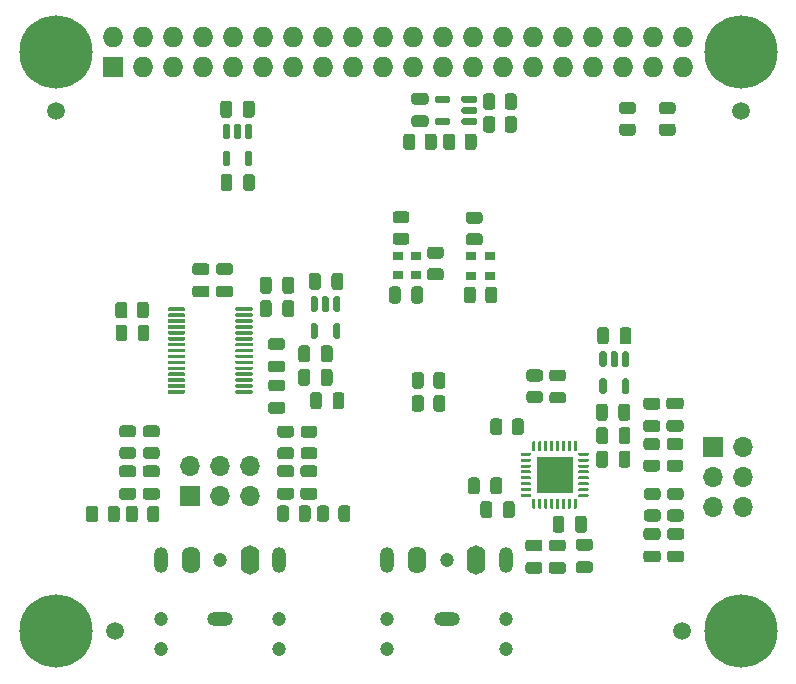
<source format=gts>
G04 #@! TF.GenerationSoftware,KiCad,Pcbnew,7.0.9-7.0.9~ubuntu23.04.1*
G04 #@! TF.CreationDate,2023-12-28T20:46:07+00:00*
G04 #@! TF.ProjectId,pedalboard-soundcard,70656461-6c62-46f6-9172-642d736f756e,0.0.1*
G04 #@! TF.SameCoordinates,Original*
G04 #@! TF.FileFunction,Soldermask,Top*
G04 #@! TF.FilePolarity,Negative*
%FSLAX46Y46*%
G04 Gerber Fmt 4.6, Leading zero omitted, Abs format (unit mm)*
G04 Created by KiCad (PCBNEW 7.0.9-7.0.9~ubuntu23.04.1) date 2023-12-28 20:46:07*
%MOMM*%
%LPD*%
G01*
G04 APERTURE LIST*
%ADD10C,6.200000*%
%ADD11R,1.727200X1.727200*%
%ADD12O,1.727200X1.727200*%
%ADD13R,0.850000X0.650000*%
%ADD14C,1.500000*%
%ADD15C,1.200000*%
%ADD16O,1.200000X2.200000*%
%ADD17O,1.600000X2.300000*%
%ADD18O,2.200000X1.200000*%
%ADD19O,1.600000X2.500000*%
%ADD20R,3.100000X3.100000*%
%ADD21R,1.700000X1.700000*%
%ADD22O,1.700000X1.700000*%
G04 APERTURE END LIST*
D10*
X110000000Y-56000000D03*
X52000000Y-56000000D03*
X52000000Y-105000000D03*
X110000000Y-105000000D03*
D11*
X56870000Y-57270000D03*
D12*
X56870000Y-54730000D03*
X59410000Y-57270000D03*
X59410000Y-54730000D03*
X61950000Y-57270000D03*
X61950000Y-54730000D03*
X64490000Y-57270000D03*
X64490000Y-54730000D03*
X67030000Y-57270000D03*
X67030000Y-54730000D03*
X69570000Y-57270000D03*
X69570000Y-54730000D03*
X72110000Y-57270000D03*
X72110000Y-54730000D03*
X74650000Y-57270000D03*
X74650000Y-54730000D03*
X77190000Y-57270000D03*
X77190000Y-54730000D03*
X79730000Y-57270000D03*
X79730000Y-54730000D03*
X82270000Y-57270000D03*
X82270000Y-54730000D03*
X84810000Y-57270000D03*
X84810000Y-54730000D03*
X87350000Y-57270000D03*
X87350000Y-54730000D03*
X89890000Y-57270000D03*
X89890000Y-54730000D03*
X92430000Y-57270000D03*
X92430000Y-54730000D03*
X94970000Y-57270000D03*
X94970000Y-54730000D03*
X97510000Y-57270000D03*
X97510000Y-54730000D03*
X100050000Y-57270000D03*
X100050000Y-54730000D03*
X102590000Y-57270000D03*
X102590000Y-54730000D03*
X105130000Y-57270000D03*
X105130000Y-54730000D03*
G36*
G01*
X84800000Y-64025000D02*
X84800000Y-63125000D01*
G75*
G02*
X85050000Y-62875000I250000J0D01*
G01*
X85575000Y-62875000D01*
G75*
G02*
X85825000Y-63125000I0J-250000D01*
G01*
X85825000Y-64025000D01*
G75*
G02*
X85575000Y-64275000I-250000J0D01*
G01*
X85050000Y-64275000D01*
G75*
G02*
X84800000Y-64025000I0J250000D01*
G01*
G37*
G36*
G01*
X86625000Y-64025000D02*
X86625000Y-63125000D01*
G75*
G02*
X86875000Y-62875000I250000J0D01*
G01*
X87400000Y-62875000D01*
G75*
G02*
X87650000Y-63125000I0J-250000D01*
G01*
X87650000Y-64025000D01*
G75*
G02*
X87400000Y-64275000I-250000J0D01*
G01*
X86875000Y-64275000D01*
G75*
G02*
X86625000Y-64025000I0J250000D01*
G01*
G37*
G36*
G01*
X84600000Y-75305000D02*
X83700000Y-75305000D01*
G75*
G02*
X83450000Y-75055000I0J250000D01*
G01*
X83450000Y-74530000D01*
G75*
G02*
X83700000Y-74280000I250000J0D01*
G01*
X84600000Y-74280000D01*
G75*
G02*
X84850000Y-74530000I0J-250000D01*
G01*
X84850000Y-75055000D01*
G75*
G02*
X84600000Y-75305000I-250000J0D01*
G01*
G37*
G36*
G01*
X84600000Y-73480000D02*
X83700000Y-73480000D01*
G75*
G02*
X83450000Y-73230000I0J250000D01*
G01*
X83450000Y-72705000D01*
G75*
G02*
X83700000Y-72455000I250000J0D01*
G01*
X84600000Y-72455000D01*
G75*
G02*
X84850000Y-72705000I0J-250000D01*
G01*
X84850000Y-73230000D01*
G75*
G02*
X84600000Y-73480000I-250000J0D01*
G01*
G37*
G36*
G01*
X102025000Y-96280000D02*
X102975000Y-96280000D01*
G75*
G02*
X103225000Y-96530000I0J-250000D01*
G01*
X103225000Y-97030000D01*
G75*
G02*
X102975000Y-97280000I-250000J0D01*
G01*
X102025000Y-97280000D01*
G75*
G02*
X101775000Y-97030000I0J250000D01*
G01*
X101775000Y-96530000D01*
G75*
G02*
X102025000Y-96280000I250000J0D01*
G01*
G37*
G36*
G01*
X102025000Y-98180000D02*
X102975000Y-98180000D01*
G75*
G02*
X103225000Y-98430000I0J-250000D01*
G01*
X103225000Y-98930000D01*
G75*
G02*
X102975000Y-99180000I-250000J0D01*
G01*
X102025000Y-99180000D01*
G75*
G02*
X101775000Y-98930000I0J250000D01*
G01*
X101775000Y-98430000D01*
G75*
G02*
X102025000Y-98180000I250000J0D01*
G01*
G37*
D13*
X82525000Y-74875000D03*
X82525000Y-73225000D03*
X80975000Y-73225000D03*
X80975000Y-74875000D03*
D14*
X57000000Y-105000000D03*
G36*
G01*
X68200000Y-62050000D02*
X68500000Y-62050000D01*
G75*
G02*
X68650000Y-62200000I0J-150000D01*
G01*
X68650000Y-63225000D01*
G75*
G02*
X68500000Y-63375000I-150000J0D01*
G01*
X68200000Y-63375000D01*
G75*
G02*
X68050000Y-63225000I0J150000D01*
G01*
X68050000Y-62200000D01*
G75*
G02*
X68200000Y-62050000I150000J0D01*
G01*
G37*
G36*
G01*
X67250000Y-62050000D02*
X67550000Y-62050000D01*
G75*
G02*
X67700000Y-62200000I0J-150000D01*
G01*
X67700000Y-63225000D01*
G75*
G02*
X67550000Y-63375000I-150000J0D01*
G01*
X67250000Y-63375000D01*
G75*
G02*
X67100000Y-63225000I0J150000D01*
G01*
X67100000Y-62200000D01*
G75*
G02*
X67250000Y-62050000I150000J0D01*
G01*
G37*
G36*
G01*
X66300000Y-62050000D02*
X66600000Y-62050000D01*
G75*
G02*
X66750000Y-62200000I0J-150000D01*
G01*
X66750000Y-63225000D01*
G75*
G02*
X66600000Y-63375000I-150000J0D01*
G01*
X66300000Y-63375000D01*
G75*
G02*
X66150000Y-63225000I0J150000D01*
G01*
X66150000Y-62200000D01*
G75*
G02*
X66300000Y-62050000I150000J0D01*
G01*
G37*
G36*
G01*
X66300000Y-64325000D02*
X66600000Y-64325000D01*
G75*
G02*
X66750000Y-64475000I0J-150000D01*
G01*
X66750000Y-65500000D01*
G75*
G02*
X66600000Y-65650000I-150000J0D01*
G01*
X66300000Y-65650000D01*
G75*
G02*
X66150000Y-65500000I0J150000D01*
G01*
X66150000Y-64475000D01*
G75*
G02*
X66300000Y-64325000I150000J0D01*
G01*
G37*
G36*
G01*
X68200000Y-64325000D02*
X68500000Y-64325000D01*
G75*
G02*
X68650000Y-64475000I0J-150000D01*
G01*
X68650000Y-65500000D01*
G75*
G02*
X68500000Y-65650000I-150000J0D01*
G01*
X68200000Y-65650000D01*
G75*
G02*
X68050000Y-65500000I0J150000D01*
G01*
X68050000Y-64475000D01*
G75*
G02*
X68200000Y-64325000I150000J0D01*
G01*
G37*
G36*
G01*
X102075000Y-92880000D02*
X102975000Y-92880000D01*
G75*
G02*
X103225000Y-93130000I0J-250000D01*
G01*
X103225000Y-93655000D01*
G75*
G02*
X102975000Y-93905000I-250000J0D01*
G01*
X102075000Y-93905000D01*
G75*
G02*
X101825000Y-93655000I0J250000D01*
G01*
X101825000Y-93130000D01*
G75*
G02*
X102075000Y-92880000I250000J0D01*
G01*
G37*
G36*
G01*
X102075000Y-94705000D02*
X102975000Y-94705000D01*
G75*
G02*
X103225000Y-94955000I0J-250000D01*
G01*
X103225000Y-95480000D01*
G75*
G02*
X102975000Y-95730000I-250000J0D01*
G01*
X102075000Y-95730000D01*
G75*
G02*
X101825000Y-95480000I0J250000D01*
G01*
X101825000Y-94955000D01*
G75*
G02*
X102075000Y-94705000I250000J0D01*
G01*
G37*
G36*
G01*
X59625000Y-90980000D02*
X60575000Y-90980000D01*
G75*
G02*
X60825000Y-91230000I0J-250000D01*
G01*
X60825000Y-91730000D01*
G75*
G02*
X60575000Y-91980000I-250000J0D01*
G01*
X59625000Y-91980000D01*
G75*
G02*
X59375000Y-91730000I0J250000D01*
G01*
X59375000Y-91230000D01*
G75*
G02*
X59625000Y-90980000I250000J0D01*
G01*
G37*
G36*
G01*
X59625000Y-92880000D02*
X60575000Y-92880000D01*
G75*
G02*
X60825000Y-93130000I0J-250000D01*
G01*
X60825000Y-93630000D01*
G75*
G02*
X60575000Y-93880000I-250000J0D01*
G01*
X59625000Y-93880000D01*
G75*
G02*
X59375000Y-93630000I0J250000D01*
G01*
X59375000Y-93130000D01*
G75*
G02*
X59625000Y-92880000I250000J0D01*
G01*
G37*
G36*
G01*
X66775000Y-76750000D02*
X65825000Y-76750000D01*
G75*
G02*
X65575000Y-76500000I0J250000D01*
G01*
X65575000Y-76000000D01*
G75*
G02*
X65825000Y-75750000I250000J0D01*
G01*
X66775000Y-75750000D01*
G75*
G02*
X67025000Y-76000000I0J-250000D01*
G01*
X67025000Y-76500000D01*
G75*
G02*
X66775000Y-76750000I-250000J0D01*
G01*
G37*
G36*
G01*
X66775000Y-74850000D02*
X65825000Y-74850000D01*
G75*
G02*
X65575000Y-74600000I0J250000D01*
G01*
X65575000Y-74100000D01*
G75*
G02*
X65825000Y-73850000I250000J0D01*
G01*
X66775000Y-73850000D01*
G75*
G02*
X67025000Y-74100000I0J-250000D01*
G01*
X67025000Y-74600000D01*
G75*
G02*
X66775000Y-74850000I-250000J0D01*
G01*
G37*
G36*
G01*
X80225000Y-77015000D02*
X80225000Y-76065000D01*
G75*
G02*
X80475000Y-75815000I250000J0D01*
G01*
X80975000Y-75815000D01*
G75*
G02*
X81225000Y-76065000I0J-250000D01*
G01*
X81225000Y-77015000D01*
G75*
G02*
X80975000Y-77265000I-250000J0D01*
G01*
X80475000Y-77265000D01*
G75*
G02*
X80225000Y-77015000I0J250000D01*
G01*
G37*
G36*
G01*
X82125000Y-77015000D02*
X82125000Y-76065000D01*
G75*
G02*
X82375000Y-75815000I250000J0D01*
G01*
X82875000Y-75815000D01*
G75*
G02*
X83125000Y-76065000I0J-250000D01*
G01*
X83125000Y-77015000D01*
G75*
G02*
X82875000Y-77265000I-250000J0D01*
G01*
X82375000Y-77265000D01*
G75*
G02*
X82125000Y-77015000I0J250000D01*
G01*
G37*
G36*
G01*
X88200000Y-62550000D02*
X88200000Y-61650000D01*
G75*
G02*
X88450000Y-61400000I250000J0D01*
G01*
X88975000Y-61400000D01*
G75*
G02*
X89225000Y-61650000I0J-250000D01*
G01*
X89225000Y-62550000D01*
G75*
G02*
X88975000Y-62800000I-250000J0D01*
G01*
X88450000Y-62800000D01*
G75*
G02*
X88200000Y-62550000I0J250000D01*
G01*
G37*
G36*
G01*
X90025000Y-62550000D02*
X90025000Y-61650000D01*
G75*
G02*
X90275000Y-61400000I250000J0D01*
G01*
X90800000Y-61400000D01*
G75*
G02*
X91050000Y-61650000I0J-250000D01*
G01*
X91050000Y-62550000D01*
G75*
G02*
X90800000Y-62800000I-250000J0D01*
G01*
X90275000Y-62800000D01*
G75*
G02*
X90025000Y-62550000I0J250000D01*
G01*
G37*
G36*
G01*
X81425000Y-64025000D02*
X81425000Y-63125000D01*
G75*
G02*
X81675000Y-62875000I250000J0D01*
G01*
X82200000Y-62875000D01*
G75*
G02*
X82450000Y-63125000I0J-250000D01*
G01*
X82450000Y-64025000D01*
G75*
G02*
X82200000Y-64275000I-250000J0D01*
G01*
X81675000Y-64275000D01*
G75*
G02*
X81425000Y-64025000I0J250000D01*
G01*
G37*
G36*
G01*
X83250000Y-64025000D02*
X83250000Y-63125000D01*
G75*
G02*
X83500000Y-62875000I250000J0D01*
G01*
X84025000Y-62875000D01*
G75*
G02*
X84275000Y-63125000I0J-250000D01*
G01*
X84275000Y-64025000D01*
G75*
G02*
X84025000Y-64275000I-250000J0D01*
G01*
X83500000Y-64275000D01*
G75*
G02*
X83250000Y-64025000I0J250000D01*
G01*
G37*
D13*
X88750000Y-74925000D03*
X88750000Y-73275000D03*
X87200000Y-73275000D03*
X87200000Y-74925000D03*
G36*
G01*
X94053750Y-82875000D02*
X94966250Y-82875000D01*
G75*
G02*
X95210000Y-83118750I0J-243750D01*
G01*
X95210000Y-83606250D01*
G75*
G02*
X94966250Y-83850000I-243750J0D01*
G01*
X94053750Y-83850000D01*
G75*
G02*
X93810000Y-83606250I0J243750D01*
G01*
X93810000Y-83118750D01*
G75*
G02*
X94053750Y-82875000I243750J0D01*
G01*
G37*
G36*
G01*
X94053750Y-84750000D02*
X94966250Y-84750000D01*
G75*
G02*
X95210000Y-84993750I0J-243750D01*
G01*
X95210000Y-85481250D01*
G75*
G02*
X94966250Y-85725000I-243750J0D01*
G01*
X94053750Y-85725000D01*
G75*
G02*
X93810000Y-85481250I0J243750D01*
G01*
X93810000Y-84993750D01*
G75*
G02*
X94053750Y-84750000I243750J0D01*
G01*
G37*
G36*
G01*
X71200000Y-86600000D02*
X70250000Y-86600000D01*
G75*
G02*
X70000000Y-86350000I0J250000D01*
G01*
X70000000Y-85850000D01*
G75*
G02*
X70250000Y-85600000I250000J0D01*
G01*
X71200000Y-85600000D01*
G75*
G02*
X71450000Y-85850000I0J-250000D01*
G01*
X71450000Y-86350000D01*
G75*
G02*
X71200000Y-86600000I-250000J0D01*
G01*
G37*
G36*
G01*
X71200000Y-84700000D02*
X70250000Y-84700000D01*
G75*
G02*
X70000000Y-84450000I0J250000D01*
G01*
X70000000Y-83950000D01*
G75*
G02*
X70250000Y-83700000I250000J0D01*
G01*
X71200000Y-83700000D01*
G75*
G02*
X71450000Y-83950000I0J-250000D01*
G01*
X71450000Y-84450000D01*
G75*
G02*
X71200000Y-84700000I-250000J0D01*
G01*
G37*
G36*
G01*
X86920000Y-93185000D02*
X86920000Y-92235000D01*
G75*
G02*
X87170000Y-91985000I250000J0D01*
G01*
X87670000Y-91985000D01*
G75*
G02*
X87920000Y-92235000I0J-250000D01*
G01*
X87920000Y-93185000D01*
G75*
G02*
X87670000Y-93435000I-250000J0D01*
G01*
X87170000Y-93435000D01*
G75*
G02*
X86920000Y-93185000I0J250000D01*
G01*
G37*
G36*
G01*
X88820000Y-93185000D02*
X88820000Y-92235000D01*
G75*
G02*
X89070000Y-91985000I250000J0D01*
G01*
X89570000Y-91985000D01*
G75*
G02*
X89820000Y-92235000I0J-250000D01*
G01*
X89820000Y-93185000D01*
G75*
G02*
X89570000Y-93435000I-250000J0D01*
G01*
X89070000Y-93435000D01*
G75*
G02*
X88820000Y-93185000I0J250000D01*
G01*
G37*
G36*
G01*
X69300000Y-78175000D02*
X69300000Y-77225000D01*
G75*
G02*
X69550000Y-76975000I250000J0D01*
G01*
X70050000Y-76975000D01*
G75*
G02*
X70300000Y-77225000I0J-250000D01*
G01*
X70300000Y-78175000D01*
G75*
G02*
X70050000Y-78425000I-250000J0D01*
G01*
X69550000Y-78425000D01*
G75*
G02*
X69300000Y-78175000I0J250000D01*
G01*
G37*
G36*
G01*
X71200000Y-78175000D02*
X71200000Y-77225000D01*
G75*
G02*
X71450000Y-76975000I250000J0D01*
G01*
X71950000Y-76975000D01*
G75*
G02*
X72200000Y-77225000I0J-250000D01*
G01*
X72200000Y-78175000D01*
G75*
G02*
X71950000Y-78425000I-250000J0D01*
G01*
X71450000Y-78425000D01*
G75*
G02*
X71200000Y-78175000I0J250000D01*
G01*
G37*
G36*
G01*
X71000000Y-90960000D02*
X71950000Y-90960000D01*
G75*
G02*
X72200000Y-91210000I0J-250000D01*
G01*
X72200000Y-91710000D01*
G75*
G02*
X71950000Y-91960000I-250000J0D01*
G01*
X71000000Y-91960000D01*
G75*
G02*
X70750000Y-91710000I0J250000D01*
G01*
X70750000Y-91210000D01*
G75*
G02*
X71000000Y-90960000I250000J0D01*
G01*
G37*
G36*
G01*
X71000000Y-92860000D02*
X71950000Y-92860000D01*
G75*
G02*
X72200000Y-93110000I0J-250000D01*
G01*
X72200000Y-93610000D01*
G75*
G02*
X71950000Y-93860000I-250000J0D01*
G01*
X71000000Y-93860000D01*
G75*
G02*
X70750000Y-93610000I0J250000D01*
G01*
X70750000Y-93110000D01*
G75*
G02*
X71000000Y-92860000I250000J0D01*
G01*
G37*
G36*
G01*
X73595000Y-94610000D02*
X73595000Y-95510000D01*
G75*
G02*
X73345000Y-95760000I-250000J0D01*
G01*
X72820000Y-95760000D01*
G75*
G02*
X72570000Y-95510000I0J250000D01*
G01*
X72570000Y-94610000D01*
G75*
G02*
X72820000Y-94360000I250000J0D01*
G01*
X73345000Y-94360000D01*
G75*
G02*
X73595000Y-94610000I0J-250000D01*
G01*
G37*
G36*
G01*
X71770000Y-94610000D02*
X71770000Y-95510000D01*
G75*
G02*
X71520000Y-95760000I-250000J0D01*
G01*
X70995000Y-95760000D01*
G75*
G02*
X70745000Y-95510000I0J250000D01*
G01*
X70745000Y-94610000D01*
G75*
G02*
X70995000Y-94360000I250000J0D01*
G01*
X71520000Y-94360000D01*
G75*
G02*
X71770000Y-94610000I0J-250000D01*
G01*
G37*
G36*
G01*
X72975000Y-90960000D02*
X73925000Y-90960000D01*
G75*
G02*
X74175000Y-91210000I0J-250000D01*
G01*
X74175000Y-91710000D01*
G75*
G02*
X73925000Y-91960000I-250000J0D01*
G01*
X72975000Y-91960000D01*
G75*
G02*
X72725000Y-91710000I0J250000D01*
G01*
X72725000Y-91210000D01*
G75*
G02*
X72975000Y-90960000I250000J0D01*
G01*
G37*
G36*
G01*
X72975000Y-92860000D02*
X73925000Y-92860000D01*
G75*
G02*
X74175000Y-93110000I0J-250000D01*
G01*
X74175000Y-93610000D01*
G75*
G02*
X73925000Y-93860000I-250000J0D01*
G01*
X72975000Y-93860000D01*
G75*
G02*
X72725000Y-93610000I0J250000D01*
G01*
X72725000Y-93110000D01*
G75*
G02*
X72975000Y-92860000I250000J0D01*
G01*
G37*
D14*
X52000000Y-61000000D03*
G36*
G01*
X94950000Y-100150000D02*
X94000000Y-100150000D01*
G75*
G02*
X93750000Y-99900000I0J250000D01*
G01*
X93750000Y-99400000D01*
G75*
G02*
X94000000Y-99150000I250000J0D01*
G01*
X94950000Y-99150000D01*
G75*
G02*
X95200000Y-99400000I0J-250000D01*
G01*
X95200000Y-99900000D01*
G75*
G02*
X94950000Y-100150000I-250000J0D01*
G01*
G37*
G36*
G01*
X94950000Y-98250000D02*
X94000000Y-98250000D01*
G75*
G02*
X93750000Y-98000000I0J250000D01*
G01*
X93750000Y-97500000D01*
G75*
G02*
X94000000Y-97250000I250000J0D01*
G01*
X94950000Y-97250000D01*
G75*
G02*
X95200000Y-97500000I0J-250000D01*
G01*
X95200000Y-98000000D01*
G75*
G02*
X94950000Y-98250000I-250000J0D01*
G01*
G37*
X110000000Y-61000000D03*
G36*
G01*
X68875000Y-66550000D02*
X68875000Y-67500000D01*
G75*
G02*
X68625000Y-67750000I-250000J0D01*
G01*
X68125000Y-67750000D01*
G75*
G02*
X67875000Y-67500000I0J250000D01*
G01*
X67875000Y-66550000D01*
G75*
G02*
X68125000Y-66300000I250000J0D01*
G01*
X68625000Y-66300000D01*
G75*
G02*
X68875000Y-66550000I0J-250000D01*
G01*
G37*
G36*
G01*
X66975000Y-66550000D02*
X66975000Y-67500000D01*
G75*
G02*
X66725000Y-67750000I-250000J0D01*
G01*
X66225000Y-67750000D01*
G75*
G02*
X65975000Y-67500000I0J250000D01*
G01*
X65975000Y-66550000D01*
G75*
G02*
X66225000Y-66300000I250000J0D01*
G01*
X66725000Y-66300000D01*
G75*
G02*
X66975000Y-66550000I0J-250000D01*
G01*
G37*
G36*
G01*
X102925000Y-91502500D02*
X102025000Y-91502500D01*
G75*
G02*
X101775000Y-91252500I0J250000D01*
G01*
X101775000Y-90727500D01*
G75*
G02*
X102025000Y-90477500I250000J0D01*
G01*
X102925000Y-90477500D01*
G75*
G02*
X103175000Y-90727500I0J-250000D01*
G01*
X103175000Y-91252500D01*
G75*
G02*
X102925000Y-91502500I-250000J0D01*
G01*
G37*
G36*
G01*
X102925000Y-89677500D02*
X102025000Y-89677500D01*
G75*
G02*
X101775000Y-89427500I0J250000D01*
G01*
X101775000Y-88902500D01*
G75*
G02*
X102025000Y-88652500I250000J0D01*
G01*
X102925000Y-88652500D01*
G75*
G02*
X103175000Y-88902500I0J-250000D01*
G01*
X103175000Y-89427500D01*
G75*
G02*
X102925000Y-89677500I-250000J0D01*
G01*
G37*
G36*
G01*
X87970000Y-95195000D02*
X87970000Y-94245000D01*
G75*
G02*
X88220000Y-93995000I250000J0D01*
G01*
X88720000Y-93995000D01*
G75*
G02*
X88970000Y-94245000I0J-250000D01*
G01*
X88970000Y-95195000D01*
G75*
G02*
X88720000Y-95445000I-250000J0D01*
G01*
X88220000Y-95445000D01*
G75*
G02*
X87970000Y-95195000I0J250000D01*
G01*
G37*
G36*
G01*
X89870000Y-95195000D02*
X89870000Y-94245000D01*
G75*
G02*
X90120000Y-93995000I250000J0D01*
G01*
X90620000Y-93995000D01*
G75*
G02*
X90870000Y-94245000I0J-250000D01*
G01*
X90870000Y-95195000D01*
G75*
G02*
X90620000Y-95445000I-250000J0D01*
G01*
X90120000Y-95445000D01*
G75*
G02*
X89870000Y-95195000I0J250000D01*
G01*
G37*
G36*
G01*
X71025000Y-87605000D02*
X71925000Y-87605000D01*
G75*
G02*
X72175000Y-87855000I0J-250000D01*
G01*
X72175000Y-88380000D01*
G75*
G02*
X71925000Y-88630000I-250000J0D01*
G01*
X71025000Y-88630000D01*
G75*
G02*
X70775000Y-88380000I0J250000D01*
G01*
X70775000Y-87855000D01*
G75*
G02*
X71025000Y-87605000I250000J0D01*
G01*
G37*
G36*
G01*
X71025000Y-89430000D02*
X71925000Y-89430000D01*
G75*
G02*
X72175000Y-89680000I0J-250000D01*
G01*
X72175000Y-90205000D01*
G75*
G02*
X71925000Y-90455000I-250000J0D01*
G01*
X71025000Y-90455000D01*
G75*
G02*
X70775000Y-90205000I0J250000D01*
G01*
X70775000Y-89680000D01*
G75*
G02*
X71025000Y-89430000I250000J0D01*
G01*
G37*
G36*
G01*
X72550000Y-82000000D02*
X72550000Y-81050000D01*
G75*
G02*
X72800000Y-80800000I250000J0D01*
G01*
X73300000Y-80800000D01*
G75*
G02*
X73550000Y-81050000I0J-250000D01*
G01*
X73550000Y-82000000D01*
G75*
G02*
X73300000Y-82250000I-250000J0D01*
G01*
X72800000Y-82250000D01*
G75*
G02*
X72550000Y-82000000I0J250000D01*
G01*
G37*
G36*
G01*
X74450000Y-82000000D02*
X74450000Y-81050000D01*
G75*
G02*
X74700000Y-80800000I250000J0D01*
G01*
X75200000Y-80800000D01*
G75*
G02*
X75450000Y-81050000I0J-250000D01*
G01*
X75450000Y-82000000D01*
G75*
G02*
X75200000Y-82250000I-250000J0D01*
G01*
X74700000Y-82250000D01*
G75*
G02*
X74450000Y-82000000I0J250000D01*
G01*
G37*
D15*
X60940000Y-104000000D03*
X60940000Y-106500000D03*
X65940000Y-99000000D03*
X70940000Y-104000000D03*
X70940000Y-106500000D03*
D16*
X60940000Y-99000000D03*
D17*
X63440000Y-99000000D03*
D18*
X65940000Y-104000000D03*
D16*
X70940000Y-99000000D03*
D19*
X68440000Y-99000000D03*
G36*
G01*
X76965000Y-94610000D02*
X76965000Y-95510000D01*
G75*
G02*
X76715000Y-95760000I-250000J0D01*
G01*
X76190000Y-95760000D01*
G75*
G02*
X75940000Y-95510000I0J250000D01*
G01*
X75940000Y-94610000D01*
G75*
G02*
X76190000Y-94360000I250000J0D01*
G01*
X76715000Y-94360000D01*
G75*
G02*
X76965000Y-94610000I0J-250000D01*
G01*
G37*
G36*
G01*
X75140000Y-94610000D02*
X75140000Y-95510000D01*
G75*
G02*
X74890000Y-95760000I-250000J0D01*
G01*
X74365000Y-95760000D01*
G75*
G02*
X74115000Y-95510000I0J250000D01*
G01*
X74115000Y-94610000D01*
G75*
G02*
X74365000Y-94360000I250000J0D01*
G01*
X74890000Y-94360000D01*
G75*
G02*
X75140000Y-94610000I0J-250000D01*
G01*
G37*
G36*
G01*
X102955000Y-88142500D02*
X102005000Y-88142500D01*
G75*
G02*
X101755000Y-87892500I0J250000D01*
G01*
X101755000Y-87392500D01*
G75*
G02*
X102005000Y-87142500I250000J0D01*
G01*
X102955000Y-87142500D01*
G75*
G02*
X103205000Y-87392500I0J-250000D01*
G01*
X103205000Y-87892500D01*
G75*
G02*
X102955000Y-88142500I-250000J0D01*
G01*
G37*
G36*
G01*
X102955000Y-86242500D02*
X102005000Y-86242500D01*
G75*
G02*
X101755000Y-85992500I0J250000D01*
G01*
X101755000Y-85492500D01*
G75*
G02*
X102005000Y-85242500I250000J0D01*
G01*
X102955000Y-85242500D01*
G75*
G02*
X103205000Y-85492500I0J-250000D01*
G01*
X103205000Y-85992500D01*
G75*
G02*
X102955000Y-86242500I-250000J0D01*
G01*
G37*
G36*
G01*
X57055000Y-78275000D02*
X57055000Y-77375000D01*
G75*
G02*
X57305000Y-77125000I250000J0D01*
G01*
X57830000Y-77125000D01*
G75*
G02*
X58080000Y-77375000I0J-250000D01*
G01*
X58080000Y-78275000D01*
G75*
G02*
X57830000Y-78525000I-250000J0D01*
G01*
X57305000Y-78525000D01*
G75*
G02*
X57055000Y-78275000I0J250000D01*
G01*
G37*
G36*
G01*
X58880000Y-78275000D02*
X58880000Y-77375000D01*
G75*
G02*
X59130000Y-77125000I250000J0D01*
G01*
X59655000Y-77125000D01*
G75*
G02*
X59905000Y-77375000I0J-250000D01*
G01*
X59905000Y-78275000D01*
G75*
G02*
X59655000Y-78525000I-250000J0D01*
G01*
X59130000Y-78525000D01*
G75*
G02*
X58880000Y-78275000I0J250000D01*
G01*
G37*
G36*
G01*
X68850000Y-60345000D02*
X68850000Y-61295000D01*
G75*
G02*
X68600000Y-61545000I-250000J0D01*
G01*
X68100000Y-61545000D01*
G75*
G02*
X67850000Y-61295000I0J250000D01*
G01*
X67850000Y-60345000D01*
G75*
G02*
X68100000Y-60095000I250000J0D01*
G01*
X68600000Y-60095000D01*
G75*
G02*
X68850000Y-60345000I0J-250000D01*
G01*
G37*
G36*
G01*
X66950000Y-60345000D02*
X66950000Y-61295000D01*
G75*
G02*
X66700000Y-61545000I-250000J0D01*
G01*
X66200000Y-61545000D01*
G75*
G02*
X65950000Y-61295000I0J250000D01*
G01*
X65950000Y-60345000D01*
G75*
G02*
X66200000Y-60095000I250000J0D01*
G01*
X66700000Y-60095000D01*
G75*
G02*
X66950000Y-60345000I0J-250000D01*
G01*
G37*
G36*
G01*
X70225000Y-80200000D02*
X71175000Y-80200000D01*
G75*
G02*
X71425000Y-80450000I0J-250000D01*
G01*
X71425000Y-80950000D01*
G75*
G02*
X71175000Y-81200000I-250000J0D01*
G01*
X70225000Y-81200000D01*
G75*
G02*
X69975000Y-80950000I0J250000D01*
G01*
X69975000Y-80450000D01*
G75*
G02*
X70225000Y-80200000I250000J0D01*
G01*
G37*
G36*
G01*
X70225000Y-82100000D02*
X71175000Y-82100000D01*
G75*
G02*
X71425000Y-82350000I0J-250000D01*
G01*
X71425000Y-82850000D01*
G75*
G02*
X71175000Y-83100000I-250000J0D01*
G01*
X70225000Y-83100000D01*
G75*
G02*
X69975000Y-82850000I0J250000D01*
G01*
X69975000Y-82350000D01*
G75*
G02*
X70225000Y-82100000I250000J0D01*
G01*
G37*
G36*
G01*
X104240000Y-63065000D02*
X103340000Y-63065000D01*
G75*
G02*
X103090000Y-62815000I0J250000D01*
G01*
X103090000Y-62290000D01*
G75*
G02*
X103340000Y-62040000I250000J0D01*
G01*
X104240000Y-62040000D01*
G75*
G02*
X104490000Y-62290000I0J-250000D01*
G01*
X104490000Y-62815000D01*
G75*
G02*
X104240000Y-63065000I-250000J0D01*
G01*
G37*
G36*
G01*
X104240000Y-61240000D02*
X103340000Y-61240000D01*
G75*
G02*
X103090000Y-60990000I0J250000D01*
G01*
X103090000Y-60465000D01*
G75*
G02*
X103340000Y-60215000I250000J0D01*
G01*
X104240000Y-60215000D01*
G75*
G02*
X104490000Y-60465000I0J-250000D01*
G01*
X104490000Y-60990000D01*
G75*
G02*
X104240000Y-61240000I-250000J0D01*
G01*
G37*
G36*
G01*
X69300000Y-76200000D02*
X69300000Y-75250000D01*
G75*
G02*
X69550000Y-75000000I250000J0D01*
G01*
X70050000Y-75000000D01*
G75*
G02*
X70300000Y-75250000I0J-250000D01*
G01*
X70300000Y-76200000D01*
G75*
G02*
X70050000Y-76450000I-250000J0D01*
G01*
X69550000Y-76450000D01*
G75*
G02*
X69300000Y-76200000I0J250000D01*
G01*
G37*
G36*
G01*
X71200000Y-76200000D02*
X71200000Y-75250000D01*
G75*
G02*
X71450000Y-75000000I250000J0D01*
G01*
X71950000Y-75000000D01*
G75*
G02*
X72200000Y-75250000I0J-250000D01*
G01*
X72200000Y-76200000D01*
G75*
G02*
X71950000Y-76450000I-250000J0D01*
G01*
X71450000Y-76450000D01*
G75*
G02*
X71200000Y-76200000I0J250000D01*
G01*
G37*
G36*
G01*
X100650000Y-86000000D02*
X100650000Y-86950000D01*
G75*
G02*
X100400000Y-87200000I-250000J0D01*
G01*
X99900000Y-87200000D01*
G75*
G02*
X99650000Y-86950000I0J250000D01*
G01*
X99650000Y-86000000D01*
G75*
G02*
X99900000Y-85750000I250000J0D01*
G01*
X100400000Y-85750000D01*
G75*
G02*
X100650000Y-86000000I0J-250000D01*
G01*
G37*
G36*
G01*
X98750000Y-86000000D02*
X98750000Y-86950000D01*
G75*
G02*
X98500000Y-87200000I-250000J0D01*
G01*
X98000000Y-87200000D01*
G75*
G02*
X97750000Y-86950000I0J250000D01*
G01*
X97750000Y-86000000D01*
G75*
G02*
X98000000Y-85750000I250000J0D01*
G01*
X98500000Y-85750000D01*
G75*
G02*
X98750000Y-86000000I0J-250000D01*
G01*
G37*
G36*
G01*
X104915000Y-88127500D02*
X103965000Y-88127500D01*
G75*
G02*
X103715000Y-87877500I0J250000D01*
G01*
X103715000Y-87377500D01*
G75*
G02*
X103965000Y-87127500I250000J0D01*
G01*
X104915000Y-87127500D01*
G75*
G02*
X105165000Y-87377500I0J-250000D01*
G01*
X105165000Y-87877500D01*
G75*
G02*
X104915000Y-88127500I-250000J0D01*
G01*
G37*
G36*
G01*
X104915000Y-86227500D02*
X103965000Y-86227500D01*
G75*
G02*
X103715000Y-85977500I0J250000D01*
G01*
X103715000Y-85477500D01*
G75*
G02*
X103965000Y-85227500I250000J0D01*
G01*
X104915000Y-85227500D01*
G75*
G02*
X105165000Y-85477500I0J-250000D01*
G01*
X105165000Y-85977500D01*
G75*
G02*
X104915000Y-86227500I-250000J0D01*
G01*
G37*
G36*
G01*
X89400000Y-76100000D02*
X89400000Y-77000000D01*
G75*
G02*
X89150000Y-77250000I-250000J0D01*
G01*
X88625000Y-77250000D01*
G75*
G02*
X88375000Y-77000000I0J250000D01*
G01*
X88375000Y-76100000D01*
G75*
G02*
X88625000Y-75850000I250000J0D01*
G01*
X89150000Y-75850000D01*
G75*
G02*
X89400000Y-76100000I0J-250000D01*
G01*
G37*
G36*
G01*
X87575000Y-76100000D02*
X87575000Y-77000000D01*
G75*
G02*
X87325000Y-77250000I-250000J0D01*
G01*
X86800000Y-77250000D01*
G75*
G02*
X86550000Y-77000000I0J250000D01*
G01*
X86550000Y-76100000D01*
G75*
G02*
X86800000Y-75850000I250000J0D01*
G01*
X87325000Y-75850000D01*
G75*
G02*
X87575000Y-76100000I0J-250000D01*
G01*
G37*
G36*
G01*
X96975000Y-95485000D02*
X96975000Y-96435000D01*
G75*
G02*
X96725000Y-96685000I-250000J0D01*
G01*
X96225000Y-96685000D01*
G75*
G02*
X95975000Y-96435000I0J250000D01*
G01*
X95975000Y-95485000D01*
G75*
G02*
X96225000Y-95235000I250000J0D01*
G01*
X96725000Y-95235000D01*
G75*
G02*
X96975000Y-95485000I0J-250000D01*
G01*
G37*
G36*
G01*
X95075000Y-95485000D02*
X95075000Y-96435000D01*
G75*
G02*
X94825000Y-96685000I-250000J0D01*
G01*
X94325000Y-96685000D01*
G75*
G02*
X94075000Y-96435000I0J250000D01*
G01*
X94075000Y-95485000D01*
G75*
G02*
X94325000Y-95235000I250000J0D01*
G01*
X94825000Y-95235000D01*
G75*
G02*
X95075000Y-95485000I0J-250000D01*
G01*
G37*
G36*
G01*
X57080000Y-80206250D02*
X57080000Y-79293750D01*
G75*
G02*
X57323750Y-79050000I243750J0D01*
G01*
X57811250Y-79050000D01*
G75*
G02*
X58055000Y-79293750I0J-243750D01*
G01*
X58055000Y-80206250D01*
G75*
G02*
X57811250Y-80450000I-243750J0D01*
G01*
X57323750Y-80450000D01*
G75*
G02*
X57080000Y-80206250I0J243750D01*
G01*
G37*
G36*
G01*
X58955000Y-80206250D02*
X58955000Y-79293750D01*
G75*
G02*
X59198750Y-79050000I243750J0D01*
G01*
X59686250Y-79050000D01*
G75*
G02*
X59930000Y-79293750I0J-243750D01*
G01*
X59930000Y-80206250D01*
G75*
G02*
X59686250Y-80450000I-243750J0D01*
G01*
X59198750Y-80450000D01*
G75*
G02*
X58955000Y-80206250I0J243750D01*
G01*
G37*
G36*
G01*
X92562500Y-94652000D02*
X92437500Y-94652000D01*
G75*
G02*
X92375000Y-94589500I0J62500D01*
G01*
X92375000Y-93839500D01*
G75*
G02*
X92437500Y-93777000I62500J0D01*
G01*
X92562500Y-93777000D01*
G75*
G02*
X92625000Y-93839500I0J-62500D01*
G01*
X92625000Y-94589500D01*
G75*
G02*
X92562500Y-94652000I-62500J0D01*
G01*
G37*
G36*
G01*
X93062500Y-94652000D02*
X92937500Y-94652000D01*
G75*
G02*
X92875000Y-94589500I0J62500D01*
G01*
X92875000Y-93839500D01*
G75*
G02*
X92937500Y-93777000I62500J0D01*
G01*
X93062500Y-93777000D01*
G75*
G02*
X93125000Y-93839500I0J-62500D01*
G01*
X93125000Y-94589500D01*
G75*
G02*
X93062500Y-94652000I-62500J0D01*
G01*
G37*
G36*
G01*
X93562500Y-94652000D02*
X93437500Y-94652000D01*
G75*
G02*
X93375000Y-94589500I0J62500D01*
G01*
X93375000Y-93839500D01*
G75*
G02*
X93437500Y-93777000I62500J0D01*
G01*
X93562500Y-93777000D01*
G75*
G02*
X93625000Y-93839500I0J-62500D01*
G01*
X93625000Y-94589500D01*
G75*
G02*
X93562500Y-94652000I-62500J0D01*
G01*
G37*
G36*
G01*
X94062500Y-94652000D02*
X93937500Y-94652000D01*
G75*
G02*
X93875000Y-94589500I0J62500D01*
G01*
X93875000Y-93839500D01*
G75*
G02*
X93937500Y-93777000I62500J0D01*
G01*
X94062500Y-93777000D01*
G75*
G02*
X94125000Y-93839500I0J-62500D01*
G01*
X94125000Y-94589500D01*
G75*
G02*
X94062500Y-94652000I-62500J0D01*
G01*
G37*
G36*
G01*
X94562500Y-94652000D02*
X94437500Y-94652000D01*
G75*
G02*
X94375000Y-94589500I0J62500D01*
G01*
X94375000Y-93839500D01*
G75*
G02*
X94437500Y-93777000I62500J0D01*
G01*
X94562500Y-93777000D01*
G75*
G02*
X94625000Y-93839500I0J-62500D01*
G01*
X94625000Y-94589500D01*
G75*
G02*
X94562500Y-94652000I-62500J0D01*
G01*
G37*
G36*
G01*
X95062500Y-94652000D02*
X94937500Y-94652000D01*
G75*
G02*
X94875000Y-94589500I0J62500D01*
G01*
X94875000Y-93839500D01*
G75*
G02*
X94937500Y-93777000I62500J0D01*
G01*
X95062500Y-93777000D01*
G75*
G02*
X95125000Y-93839500I0J-62500D01*
G01*
X95125000Y-94589500D01*
G75*
G02*
X95062500Y-94652000I-62500J0D01*
G01*
G37*
G36*
G01*
X95562500Y-94652000D02*
X95437500Y-94652000D01*
G75*
G02*
X95375000Y-94589500I0J62500D01*
G01*
X95375000Y-93839500D01*
G75*
G02*
X95437500Y-93777000I62500J0D01*
G01*
X95562500Y-93777000D01*
G75*
G02*
X95625000Y-93839500I0J-62500D01*
G01*
X95625000Y-94589500D01*
G75*
G02*
X95562500Y-94652000I-62500J0D01*
G01*
G37*
G36*
G01*
X96062500Y-94652000D02*
X95937500Y-94652000D01*
G75*
G02*
X95875000Y-94589500I0J62500D01*
G01*
X95875000Y-93839500D01*
G75*
G02*
X95937500Y-93777000I62500J0D01*
G01*
X96062500Y-93777000D01*
G75*
G02*
X96125000Y-93839500I0J-62500D01*
G01*
X96125000Y-94589500D01*
G75*
G02*
X96062500Y-94652000I-62500J0D01*
G01*
G37*
G36*
G01*
X97062500Y-93652000D02*
X96312500Y-93652000D01*
G75*
G02*
X96250000Y-93589500I0J62500D01*
G01*
X96250000Y-93464500D01*
G75*
G02*
X96312500Y-93402000I62500J0D01*
G01*
X97062500Y-93402000D01*
G75*
G02*
X97125000Y-93464500I0J-62500D01*
G01*
X97125000Y-93589500D01*
G75*
G02*
X97062500Y-93652000I-62500J0D01*
G01*
G37*
G36*
G01*
X97062500Y-93152000D02*
X96312500Y-93152000D01*
G75*
G02*
X96250000Y-93089500I0J62500D01*
G01*
X96250000Y-92964500D01*
G75*
G02*
X96312500Y-92902000I62500J0D01*
G01*
X97062500Y-92902000D01*
G75*
G02*
X97125000Y-92964500I0J-62500D01*
G01*
X97125000Y-93089500D01*
G75*
G02*
X97062500Y-93152000I-62500J0D01*
G01*
G37*
G36*
G01*
X97062500Y-92652000D02*
X96312500Y-92652000D01*
G75*
G02*
X96250000Y-92589500I0J62500D01*
G01*
X96250000Y-92464500D01*
G75*
G02*
X96312500Y-92402000I62500J0D01*
G01*
X97062500Y-92402000D01*
G75*
G02*
X97125000Y-92464500I0J-62500D01*
G01*
X97125000Y-92589500D01*
G75*
G02*
X97062500Y-92652000I-62500J0D01*
G01*
G37*
G36*
G01*
X97062500Y-92152000D02*
X96312500Y-92152000D01*
G75*
G02*
X96250000Y-92089500I0J62500D01*
G01*
X96250000Y-91964500D01*
G75*
G02*
X96312500Y-91902000I62500J0D01*
G01*
X97062500Y-91902000D01*
G75*
G02*
X97125000Y-91964500I0J-62500D01*
G01*
X97125000Y-92089500D01*
G75*
G02*
X97062500Y-92152000I-62500J0D01*
G01*
G37*
G36*
G01*
X97062500Y-91652000D02*
X96312500Y-91652000D01*
G75*
G02*
X96250000Y-91589500I0J62500D01*
G01*
X96250000Y-91464500D01*
G75*
G02*
X96312500Y-91402000I62500J0D01*
G01*
X97062500Y-91402000D01*
G75*
G02*
X97125000Y-91464500I0J-62500D01*
G01*
X97125000Y-91589500D01*
G75*
G02*
X97062500Y-91652000I-62500J0D01*
G01*
G37*
G36*
G01*
X97062500Y-91152000D02*
X96312500Y-91152000D01*
G75*
G02*
X96250000Y-91089500I0J62500D01*
G01*
X96250000Y-90964500D01*
G75*
G02*
X96312500Y-90902000I62500J0D01*
G01*
X97062500Y-90902000D01*
G75*
G02*
X97125000Y-90964500I0J-62500D01*
G01*
X97125000Y-91089500D01*
G75*
G02*
X97062500Y-91152000I-62500J0D01*
G01*
G37*
G36*
G01*
X97062500Y-90652000D02*
X96312500Y-90652000D01*
G75*
G02*
X96250000Y-90589500I0J62500D01*
G01*
X96250000Y-90464500D01*
G75*
G02*
X96312500Y-90402000I62500J0D01*
G01*
X97062500Y-90402000D01*
G75*
G02*
X97125000Y-90464500I0J-62500D01*
G01*
X97125000Y-90589500D01*
G75*
G02*
X97062500Y-90652000I-62500J0D01*
G01*
G37*
G36*
G01*
X97062500Y-90152000D02*
X96312500Y-90152000D01*
G75*
G02*
X96250000Y-90089500I0J62500D01*
G01*
X96250000Y-89964500D01*
G75*
G02*
X96312500Y-89902000I62500J0D01*
G01*
X97062500Y-89902000D01*
G75*
G02*
X97125000Y-89964500I0J-62500D01*
G01*
X97125000Y-90089500D01*
G75*
G02*
X97062500Y-90152000I-62500J0D01*
G01*
G37*
G36*
G01*
X96062500Y-89777000D02*
X95937500Y-89777000D01*
G75*
G02*
X95875000Y-89714500I0J62500D01*
G01*
X95875000Y-88964500D01*
G75*
G02*
X95937500Y-88902000I62500J0D01*
G01*
X96062500Y-88902000D01*
G75*
G02*
X96125000Y-88964500I0J-62500D01*
G01*
X96125000Y-89714500D01*
G75*
G02*
X96062500Y-89777000I-62500J0D01*
G01*
G37*
G36*
G01*
X95562500Y-89777000D02*
X95437500Y-89777000D01*
G75*
G02*
X95375000Y-89714500I0J62500D01*
G01*
X95375000Y-88964500D01*
G75*
G02*
X95437500Y-88902000I62500J0D01*
G01*
X95562500Y-88902000D01*
G75*
G02*
X95625000Y-88964500I0J-62500D01*
G01*
X95625000Y-89714500D01*
G75*
G02*
X95562500Y-89777000I-62500J0D01*
G01*
G37*
G36*
G01*
X95062500Y-89777000D02*
X94937500Y-89777000D01*
G75*
G02*
X94875000Y-89714500I0J62500D01*
G01*
X94875000Y-88964500D01*
G75*
G02*
X94937500Y-88902000I62500J0D01*
G01*
X95062500Y-88902000D01*
G75*
G02*
X95125000Y-88964500I0J-62500D01*
G01*
X95125000Y-89714500D01*
G75*
G02*
X95062500Y-89777000I-62500J0D01*
G01*
G37*
G36*
G01*
X94562500Y-89777000D02*
X94437500Y-89777000D01*
G75*
G02*
X94375000Y-89714500I0J62500D01*
G01*
X94375000Y-88964500D01*
G75*
G02*
X94437500Y-88902000I62500J0D01*
G01*
X94562500Y-88902000D01*
G75*
G02*
X94625000Y-88964500I0J-62500D01*
G01*
X94625000Y-89714500D01*
G75*
G02*
X94562500Y-89777000I-62500J0D01*
G01*
G37*
G36*
G01*
X94062500Y-89777000D02*
X93937500Y-89777000D01*
G75*
G02*
X93875000Y-89714500I0J62500D01*
G01*
X93875000Y-88964500D01*
G75*
G02*
X93937500Y-88902000I62500J0D01*
G01*
X94062500Y-88902000D01*
G75*
G02*
X94125000Y-88964500I0J-62500D01*
G01*
X94125000Y-89714500D01*
G75*
G02*
X94062500Y-89777000I-62500J0D01*
G01*
G37*
G36*
G01*
X93562500Y-89777000D02*
X93437500Y-89777000D01*
G75*
G02*
X93375000Y-89714500I0J62500D01*
G01*
X93375000Y-88964500D01*
G75*
G02*
X93437500Y-88902000I62500J0D01*
G01*
X93562500Y-88902000D01*
G75*
G02*
X93625000Y-88964500I0J-62500D01*
G01*
X93625000Y-89714500D01*
G75*
G02*
X93562500Y-89777000I-62500J0D01*
G01*
G37*
G36*
G01*
X93062500Y-89777000D02*
X92937500Y-89777000D01*
G75*
G02*
X92875000Y-89714500I0J62500D01*
G01*
X92875000Y-88964500D01*
G75*
G02*
X92937500Y-88902000I62500J0D01*
G01*
X93062500Y-88902000D01*
G75*
G02*
X93125000Y-88964500I0J-62500D01*
G01*
X93125000Y-89714500D01*
G75*
G02*
X93062500Y-89777000I-62500J0D01*
G01*
G37*
G36*
G01*
X92562500Y-89777000D02*
X92437500Y-89777000D01*
G75*
G02*
X92375000Y-89714500I0J62500D01*
G01*
X92375000Y-88964500D01*
G75*
G02*
X92437500Y-88902000I62500J0D01*
G01*
X92562500Y-88902000D01*
G75*
G02*
X92625000Y-88964500I0J-62500D01*
G01*
X92625000Y-89714500D01*
G75*
G02*
X92562500Y-89777000I-62500J0D01*
G01*
G37*
G36*
G01*
X92187500Y-90152000D02*
X91437500Y-90152000D01*
G75*
G02*
X91375000Y-90089500I0J62500D01*
G01*
X91375000Y-89964500D01*
G75*
G02*
X91437500Y-89902000I62500J0D01*
G01*
X92187500Y-89902000D01*
G75*
G02*
X92250000Y-89964500I0J-62500D01*
G01*
X92250000Y-90089500D01*
G75*
G02*
X92187500Y-90152000I-62500J0D01*
G01*
G37*
G36*
G01*
X92187500Y-90652000D02*
X91437500Y-90652000D01*
G75*
G02*
X91375000Y-90589500I0J62500D01*
G01*
X91375000Y-90464500D01*
G75*
G02*
X91437500Y-90402000I62500J0D01*
G01*
X92187500Y-90402000D01*
G75*
G02*
X92250000Y-90464500I0J-62500D01*
G01*
X92250000Y-90589500D01*
G75*
G02*
X92187500Y-90652000I-62500J0D01*
G01*
G37*
G36*
G01*
X92187500Y-91152000D02*
X91437500Y-91152000D01*
G75*
G02*
X91375000Y-91089500I0J62500D01*
G01*
X91375000Y-90964500D01*
G75*
G02*
X91437500Y-90902000I62500J0D01*
G01*
X92187500Y-90902000D01*
G75*
G02*
X92250000Y-90964500I0J-62500D01*
G01*
X92250000Y-91089500D01*
G75*
G02*
X92187500Y-91152000I-62500J0D01*
G01*
G37*
G36*
G01*
X92187500Y-91652000D02*
X91437500Y-91652000D01*
G75*
G02*
X91375000Y-91589500I0J62500D01*
G01*
X91375000Y-91464500D01*
G75*
G02*
X91437500Y-91402000I62500J0D01*
G01*
X92187500Y-91402000D01*
G75*
G02*
X92250000Y-91464500I0J-62500D01*
G01*
X92250000Y-91589500D01*
G75*
G02*
X92187500Y-91652000I-62500J0D01*
G01*
G37*
G36*
G01*
X92187500Y-92152000D02*
X91437500Y-92152000D01*
G75*
G02*
X91375000Y-92089500I0J62500D01*
G01*
X91375000Y-91964500D01*
G75*
G02*
X91437500Y-91902000I62500J0D01*
G01*
X92187500Y-91902000D01*
G75*
G02*
X92250000Y-91964500I0J-62500D01*
G01*
X92250000Y-92089500D01*
G75*
G02*
X92187500Y-92152000I-62500J0D01*
G01*
G37*
G36*
G01*
X92187500Y-92652000D02*
X91437500Y-92652000D01*
G75*
G02*
X91375000Y-92589500I0J62500D01*
G01*
X91375000Y-92464500D01*
G75*
G02*
X91437500Y-92402000I62500J0D01*
G01*
X92187500Y-92402000D01*
G75*
G02*
X92250000Y-92464500I0J-62500D01*
G01*
X92250000Y-92589500D01*
G75*
G02*
X92187500Y-92652000I-62500J0D01*
G01*
G37*
G36*
G01*
X92187500Y-93152000D02*
X91437500Y-93152000D01*
G75*
G02*
X91375000Y-93089500I0J62500D01*
G01*
X91375000Y-92964500D01*
G75*
G02*
X91437500Y-92902000I62500J0D01*
G01*
X92187500Y-92902000D01*
G75*
G02*
X92250000Y-92964500I0J-62500D01*
G01*
X92250000Y-93089500D01*
G75*
G02*
X92187500Y-93152000I-62500J0D01*
G01*
G37*
G36*
G01*
X92187500Y-93652000D02*
X91437500Y-93652000D01*
G75*
G02*
X91375000Y-93589500I0J62500D01*
G01*
X91375000Y-93464500D01*
G75*
G02*
X91437500Y-93402000I62500J0D01*
G01*
X92187500Y-93402000D01*
G75*
G02*
X92250000Y-93464500I0J-62500D01*
G01*
X92250000Y-93589500D01*
G75*
G02*
X92187500Y-93652000I-62500J0D01*
G01*
G37*
D20*
X94250000Y-91777000D03*
G36*
G01*
X100100000Y-81325000D02*
X100400000Y-81325000D01*
G75*
G02*
X100550000Y-81475000I0J-150000D01*
G01*
X100550000Y-82500000D01*
G75*
G02*
X100400000Y-82650000I-150000J0D01*
G01*
X100100000Y-82650000D01*
G75*
G02*
X99950000Y-82500000I0J150000D01*
G01*
X99950000Y-81475000D01*
G75*
G02*
X100100000Y-81325000I150000J0D01*
G01*
G37*
G36*
G01*
X99150000Y-81325000D02*
X99450000Y-81325000D01*
G75*
G02*
X99600000Y-81475000I0J-150000D01*
G01*
X99600000Y-82500000D01*
G75*
G02*
X99450000Y-82650000I-150000J0D01*
G01*
X99150000Y-82650000D01*
G75*
G02*
X99000000Y-82500000I0J150000D01*
G01*
X99000000Y-81475000D01*
G75*
G02*
X99150000Y-81325000I150000J0D01*
G01*
G37*
G36*
G01*
X98200000Y-81325000D02*
X98500000Y-81325000D01*
G75*
G02*
X98650000Y-81475000I0J-150000D01*
G01*
X98650000Y-82500000D01*
G75*
G02*
X98500000Y-82650000I-150000J0D01*
G01*
X98200000Y-82650000D01*
G75*
G02*
X98050000Y-82500000I0J150000D01*
G01*
X98050000Y-81475000D01*
G75*
G02*
X98200000Y-81325000I150000J0D01*
G01*
G37*
G36*
G01*
X98200000Y-83600000D02*
X98500000Y-83600000D01*
G75*
G02*
X98650000Y-83750000I0J-150000D01*
G01*
X98650000Y-84775000D01*
G75*
G02*
X98500000Y-84925000I-150000J0D01*
G01*
X98200000Y-84925000D01*
G75*
G02*
X98050000Y-84775000I0J150000D01*
G01*
X98050000Y-83750000D01*
G75*
G02*
X98200000Y-83600000I150000J0D01*
G01*
G37*
G36*
G01*
X100100000Y-83600000D02*
X100400000Y-83600000D01*
G75*
G02*
X100550000Y-83750000I0J-150000D01*
G01*
X100550000Y-84775000D01*
G75*
G02*
X100400000Y-84925000I-150000J0D01*
G01*
X100100000Y-84925000D01*
G75*
G02*
X99950000Y-84775000I0J150000D01*
G01*
X99950000Y-83750000D01*
G75*
G02*
X100100000Y-83600000I150000J0D01*
G01*
G37*
G36*
G01*
X76350000Y-74925000D02*
X76350000Y-75875000D01*
G75*
G02*
X76100000Y-76125000I-250000J0D01*
G01*
X75600000Y-76125000D01*
G75*
G02*
X75350000Y-75875000I0J250000D01*
G01*
X75350000Y-74925000D01*
G75*
G02*
X75600000Y-74675000I250000J0D01*
G01*
X76100000Y-74675000D01*
G75*
G02*
X76350000Y-74925000I0J-250000D01*
G01*
G37*
G36*
G01*
X74450000Y-74925000D02*
X74450000Y-75875000D01*
G75*
G02*
X74200000Y-76125000I-250000J0D01*
G01*
X73700000Y-76125000D01*
G75*
G02*
X73450000Y-75875000I0J250000D01*
G01*
X73450000Y-74925000D01*
G75*
G02*
X73700000Y-74675000I250000J0D01*
G01*
X74200000Y-74675000D01*
G75*
G02*
X74450000Y-74925000I0J-250000D01*
G01*
G37*
G36*
G01*
X82155000Y-86170000D02*
X82155000Y-85270000D01*
G75*
G02*
X82405000Y-85020000I250000J0D01*
G01*
X82930000Y-85020000D01*
G75*
G02*
X83180000Y-85270000I0J-250000D01*
G01*
X83180000Y-86170000D01*
G75*
G02*
X82930000Y-86420000I-250000J0D01*
G01*
X82405000Y-86420000D01*
G75*
G02*
X82155000Y-86170000I0J250000D01*
G01*
G37*
G36*
G01*
X83980000Y-86170000D02*
X83980000Y-85270000D01*
G75*
G02*
X84230000Y-85020000I250000J0D01*
G01*
X84755000Y-85020000D01*
G75*
G02*
X85005000Y-85270000I0J-250000D01*
G01*
X85005000Y-86170000D01*
G75*
G02*
X84755000Y-86420000I-250000J0D01*
G01*
X84230000Y-86420000D01*
G75*
G02*
X83980000Y-86170000I0J250000D01*
G01*
G37*
G36*
G01*
X59650000Y-87585000D02*
X60550000Y-87585000D01*
G75*
G02*
X60800000Y-87835000I0J-250000D01*
G01*
X60800000Y-88360000D01*
G75*
G02*
X60550000Y-88610000I-250000J0D01*
G01*
X59650000Y-88610000D01*
G75*
G02*
X59400000Y-88360000I0J250000D01*
G01*
X59400000Y-87835000D01*
G75*
G02*
X59650000Y-87585000I250000J0D01*
G01*
G37*
G36*
G01*
X59650000Y-89410000D02*
X60550000Y-89410000D01*
G75*
G02*
X60800000Y-89660000I0J-250000D01*
G01*
X60800000Y-90185000D01*
G75*
G02*
X60550000Y-90435000I-250000J0D01*
G01*
X59650000Y-90435000D01*
G75*
G02*
X59400000Y-90185000I0J250000D01*
G01*
X59400000Y-89660000D01*
G75*
G02*
X59650000Y-89410000I250000J0D01*
G01*
G37*
G36*
G01*
X73000000Y-87605000D02*
X73900000Y-87605000D01*
G75*
G02*
X74150000Y-87855000I0J-250000D01*
G01*
X74150000Y-88380000D01*
G75*
G02*
X73900000Y-88630000I-250000J0D01*
G01*
X73000000Y-88630000D01*
G75*
G02*
X72750000Y-88380000I0J250000D01*
G01*
X72750000Y-87855000D01*
G75*
G02*
X73000000Y-87605000I250000J0D01*
G01*
G37*
G36*
G01*
X73000000Y-89430000D02*
X73900000Y-89430000D01*
G75*
G02*
X74150000Y-89680000I0J-250000D01*
G01*
X74150000Y-90205000D01*
G75*
G02*
X73900000Y-90455000I-250000J0D01*
G01*
X73000000Y-90455000D01*
G75*
G02*
X72750000Y-90205000I0J250000D01*
G01*
X72750000Y-89680000D01*
G75*
G02*
X73000000Y-89430000I250000J0D01*
G01*
G37*
G36*
G01*
X97775000Y-90925000D02*
X97775000Y-89975000D01*
G75*
G02*
X98025000Y-89725000I250000J0D01*
G01*
X98525000Y-89725000D01*
G75*
G02*
X98775000Y-89975000I0J-250000D01*
G01*
X98775000Y-90925000D01*
G75*
G02*
X98525000Y-91175000I-250000J0D01*
G01*
X98025000Y-91175000D01*
G75*
G02*
X97775000Y-90925000I0J250000D01*
G01*
G37*
G36*
G01*
X99675000Y-90925000D02*
X99675000Y-89975000D01*
G75*
G02*
X99925000Y-89725000I250000J0D01*
G01*
X100425000Y-89725000D01*
G75*
G02*
X100675000Y-89975000I0J-250000D01*
G01*
X100675000Y-90925000D01*
G75*
G02*
X100425000Y-91175000I-250000J0D01*
G01*
X99925000Y-91175000D01*
G75*
G02*
X99675000Y-90925000I0J250000D01*
G01*
G37*
G36*
G01*
X104025000Y-96280000D02*
X104975000Y-96280000D01*
G75*
G02*
X105225000Y-96530000I0J-250000D01*
G01*
X105225000Y-97030000D01*
G75*
G02*
X104975000Y-97280000I-250000J0D01*
G01*
X104025000Y-97280000D01*
G75*
G02*
X103775000Y-97030000I0J250000D01*
G01*
X103775000Y-96530000D01*
G75*
G02*
X104025000Y-96280000I250000J0D01*
G01*
G37*
G36*
G01*
X104025000Y-98180000D02*
X104975000Y-98180000D01*
G75*
G02*
X105225000Y-98430000I0J-250000D01*
G01*
X105225000Y-98930000D01*
G75*
G02*
X104975000Y-99180000I-250000J0D01*
G01*
X104025000Y-99180000D01*
G75*
G02*
X103775000Y-98930000I0J250000D01*
G01*
X103775000Y-98430000D01*
G75*
G02*
X104025000Y-98180000I250000J0D01*
G01*
G37*
G36*
G01*
X97245000Y-100090000D02*
X96295000Y-100090000D01*
G75*
G02*
X96045000Y-99840000I0J250000D01*
G01*
X96045000Y-99340000D01*
G75*
G02*
X96295000Y-99090000I250000J0D01*
G01*
X97245000Y-99090000D01*
G75*
G02*
X97495000Y-99340000I0J-250000D01*
G01*
X97495000Y-99840000D01*
G75*
G02*
X97245000Y-100090000I-250000J0D01*
G01*
G37*
G36*
G01*
X97245000Y-98190000D02*
X96295000Y-98190000D01*
G75*
G02*
X96045000Y-97940000I0J250000D01*
G01*
X96045000Y-97440000D01*
G75*
G02*
X96295000Y-97190000I250000J0D01*
G01*
X97245000Y-97190000D01*
G75*
G02*
X97495000Y-97440000I0J-250000D01*
G01*
X97495000Y-97940000D01*
G75*
G02*
X97245000Y-98190000I-250000J0D01*
G01*
G37*
G36*
G01*
X82155000Y-84220000D02*
X82155000Y-83320000D01*
G75*
G02*
X82405000Y-83070000I250000J0D01*
G01*
X82930000Y-83070000D01*
G75*
G02*
X83180000Y-83320000I0J-250000D01*
G01*
X83180000Y-84220000D01*
G75*
G02*
X82930000Y-84470000I-250000J0D01*
G01*
X82405000Y-84470000D01*
G75*
G02*
X82155000Y-84220000I0J250000D01*
G01*
G37*
G36*
G01*
X83980000Y-84220000D02*
X83980000Y-83320000D01*
G75*
G02*
X84230000Y-83070000I250000J0D01*
G01*
X84755000Y-83070000D01*
G75*
G02*
X85005000Y-83320000I0J-250000D01*
G01*
X85005000Y-84220000D01*
G75*
G02*
X84755000Y-84470000I-250000J0D01*
G01*
X84230000Y-84470000D01*
G75*
G02*
X83980000Y-84220000I0J250000D01*
G01*
G37*
D14*
X105000000Y-105000000D03*
G36*
G01*
X104890000Y-91502500D02*
X103990000Y-91502500D01*
G75*
G02*
X103740000Y-91252500I0J250000D01*
G01*
X103740000Y-90727500D01*
G75*
G02*
X103990000Y-90477500I250000J0D01*
G01*
X104890000Y-90477500D01*
G75*
G02*
X105140000Y-90727500I0J-250000D01*
G01*
X105140000Y-91252500D01*
G75*
G02*
X104890000Y-91502500I-250000J0D01*
G01*
G37*
G36*
G01*
X104890000Y-89677500D02*
X103990000Y-89677500D01*
G75*
G02*
X103740000Y-89427500I0J250000D01*
G01*
X103740000Y-88902500D01*
G75*
G02*
X103990000Y-88652500I250000J0D01*
G01*
X104890000Y-88652500D01*
G75*
G02*
X105140000Y-88902500I0J-250000D01*
G01*
X105140000Y-89427500D01*
G75*
G02*
X104890000Y-89677500I-250000J0D01*
G01*
G37*
G36*
G01*
X97775000Y-88925000D02*
X97775000Y-87975000D01*
G75*
G02*
X98025000Y-87725000I250000J0D01*
G01*
X98525000Y-87725000D01*
G75*
G02*
X98775000Y-87975000I0J-250000D01*
G01*
X98775000Y-88925000D01*
G75*
G02*
X98525000Y-89175000I-250000J0D01*
G01*
X98025000Y-89175000D01*
G75*
G02*
X97775000Y-88925000I0J250000D01*
G01*
G37*
G36*
G01*
X99675000Y-88925000D02*
X99675000Y-87975000D01*
G75*
G02*
X99925000Y-87725000I250000J0D01*
G01*
X100425000Y-87725000D01*
G75*
G02*
X100675000Y-87975000I0J-250000D01*
G01*
X100675000Y-88925000D01*
G75*
G02*
X100425000Y-89175000I-250000J0D01*
G01*
X99925000Y-89175000D01*
G75*
G02*
X99675000Y-88925000I0J250000D01*
G01*
G37*
D15*
X80100000Y-104000000D03*
X80100000Y-106500000D03*
X85100000Y-99000000D03*
X90100000Y-104000000D03*
X90100000Y-106500000D03*
D16*
X80100000Y-99000000D03*
D17*
X82600000Y-99000000D03*
D18*
X85100000Y-104000000D03*
D16*
X90100000Y-99000000D03*
D19*
X87600000Y-99000000D03*
G36*
G01*
X68700000Y-84675000D02*
X68700000Y-84825000D01*
G75*
G02*
X68625000Y-84900000I-75000J0D01*
G01*
X67300000Y-84900000D01*
G75*
G02*
X67225000Y-84825000I0J75000D01*
G01*
X67225000Y-84675000D01*
G75*
G02*
X67300000Y-84600000I75000J0D01*
G01*
X68625000Y-84600000D01*
G75*
G02*
X68700000Y-84675000I0J-75000D01*
G01*
G37*
G36*
G01*
X68700000Y-84175000D02*
X68700000Y-84325000D01*
G75*
G02*
X68625000Y-84400000I-75000J0D01*
G01*
X67300000Y-84400000D01*
G75*
G02*
X67225000Y-84325000I0J75000D01*
G01*
X67225000Y-84175000D01*
G75*
G02*
X67300000Y-84100000I75000J0D01*
G01*
X68625000Y-84100000D01*
G75*
G02*
X68700000Y-84175000I0J-75000D01*
G01*
G37*
G36*
G01*
X68700000Y-83675000D02*
X68700000Y-83825000D01*
G75*
G02*
X68625000Y-83900000I-75000J0D01*
G01*
X67300000Y-83900000D01*
G75*
G02*
X67225000Y-83825000I0J75000D01*
G01*
X67225000Y-83675000D01*
G75*
G02*
X67300000Y-83600000I75000J0D01*
G01*
X68625000Y-83600000D01*
G75*
G02*
X68700000Y-83675000I0J-75000D01*
G01*
G37*
G36*
G01*
X68700000Y-83175000D02*
X68700000Y-83325000D01*
G75*
G02*
X68625000Y-83400000I-75000J0D01*
G01*
X67300000Y-83400000D01*
G75*
G02*
X67225000Y-83325000I0J75000D01*
G01*
X67225000Y-83175000D01*
G75*
G02*
X67300000Y-83100000I75000J0D01*
G01*
X68625000Y-83100000D01*
G75*
G02*
X68700000Y-83175000I0J-75000D01*
G01*
G37*
G36*
G01*
X68700000Y-82675000D02*
X68700000Y-82825000D01*
G75*
G02*
X68625000Y-82900000I-75000J0D01*
G01*
X67300000Y-82900000D01*
G75*
G02*
X67225000Y-82825000I0J75000D01*
G01*
X67225000Y-82675000D01*
G75*
G02*
X67300000Y-82600000I75000J0D01*
G01*
X68625000Y-82600000D01*
G75*
G02*
X68700000Y-82675000I0J-75000D01*
G01*
G37*
G36*
G01*
X68700000Y-82175000D02*
X68700000Y-82325000D01*
G75*
G02*
X68625000Y-82400000I-75000J0D01*
G01*
X67300000Y-82400000D01*
G75*
G02*
X67225000Y-82325000I0J75000D01*
G01*
X67225000Y-82175000D01*
G75*
G02*
X67300000Y-82100000I75000J0D01*
G01*
X68625000Y-82100000D01*
G75*
G02*
X68700000Y-82175000I0J-75000D01*
G01*
G37*
G36*
G01*
X68700000Y-81675000D02*
X68700000Y-81825000D01*
G75*
G02*
X68625000Y-81900000I-75000J0D01*
G01*
X67300000Y-81900000D01*
G75*
G02*
X67225000Y-81825000I0J75000D01*
G01*
X67225000Y-81675000D01*
G75*
G02*
X67300000Y-81600000I75000J0D01*
G01*
X68625000Y-81600000D01*
G75*
G02*
X68700000Y-81675000I0J-75000D01*
G01*
G37*
G36*
G01*
X68700000Y-81175000D02*
X68700000Y-81325000D01*
G75*
G02*
X68625000Y-81400000I-75000J0D01*
G01*
X67300000Y-81400000D01*
G75*
G02*
X67225000Y-81325000I0J75000D01*
G01*
X67225000Y-81175000D01*
G75*
G02*
X67300000Y-81100000I75000J0D01*
G01*
X68625000Y-81100000D01*
G75*
G02*
X68700000Y-81175000I0J-75000D01*
G01*
G37*
G36*
G01*
X68700000Y-80675000D02*
X68700000Y-80825000D01*
G75*
G02*
X68625000Y-80900000I-75000J0D01*
G01*
X67300000Y-80900000D01*
G75*
G02*
X67225000Y-80825000I0J75000D01*
G01*
X67225000Y-80675000D01*
G75*
G02*
X67300000Y-80600000I75000J0D01*
G01*
X68625000Y-80600000D01*
G75*
G02*
X68700000Y-80675000I0J-75000D01*
G01*
G37*
G36*
G01*
X68700000Y-80175000D02*
X68700000Y-80325000D01*
G75*
G02*
X68625000Y-80400000I-75000J0D01*
G01*
X67300000Y-80400000D01*
G75*
G02*
X67225000Y-80325000I0J75000D01*
G01*
X67225000Y-80175000D01*
G75*
G02*
X67300000Y-80100000I75000J0D01*
G01*
X68625000Y-80100000D01*
G75*
G02*
X68700000Y-80175000I0J-75000D01*
G01*
G37*
G36*
G01*
X68700000Y-79675000D02*
X68700000Y-79825000D01*
G75*
G02*
X68625000Y-79900000I-75000J0D01*
G01*
X67300000Y-79900000D01*
G75*
G02*
X67225000Y-79825000I0J75000D01*
G01*
X67225000Y-79675000D01*
G75*
G02*
X67300000Y-79600000I75000J0D01*
G01*
X68625000Y-79600000D01*
G75*
G02*
X68700000Y-79675000I0J-75000D01*
G01*
G37*
G36*
G01*
X68700000Y-79175000D02*
X68700000Y-79325000D01*
G75*
G02*
X68625000Y-79400000I-75000J0D01*
G01*
X67300000Y-79400000D01*
G75*
G02*
X67225000Y-79325000I0J75000D01*
G01*
X67225000Y-79175000D01*
G75*
G02*
X67300000Y-79100000I75000J0D01*
G01*
X68625000Y-79100000D01*
G75*
G02*
X68700000Y-79175000I0J-75000D01*
G01*
G37*
G36*
G01*
X68700000Y-78675000D02*
X68700000Y-78825000D01*
G75*
G02*
X68625000Y-78900000I-75000J0D01*
G01*
X67300000Y-78900000D01*
G75*
G02*
X67225000Y-78825000I0J75000D01*
G01*
X67225000Y-78675000D01*
G75*
G02*
X67300000Y-78600000I75000J0D01*
G01*
X68625000Y-78600000D01*
G75*
G02*
X68700000Y-78675000I0J-75000D01*
G01*
G37*
G36*
G01*
X68700000Y-78175000D02*
X68700000Y-78325000D01*
G75*
G02*
X68625000Y-78400000I-75000J0D01*
G01*
X67300000Y-78400000D01*
G75*
G02*
X67225000Y-78325000I0J75000D01*
G01*
X67225000Y-78175000D01*
G75*
G02*
X67300000Y-78100000I75000J0D01*
G01*
X68625000Y-78100000D01*
G75*
G02*
X68700000Y-78175000I0J-75000D01*
G01*
G37*
G36*
G01*
X68700000Y-77675000D02*
X68700000Y-77825000D01*
G75*
G02*
X68625000Y-77900000I-75000J0D01*
G01*
X67300000Y-77900000D01*
G75*
G02*
X67225000Y-77825000I0J75000D01*
G01*
X67225000Y-77675000D01*
G75*
G02*
X67300000Y-77600000I75000J0D01*
G01*
X68625000Y-77600000D01*
G75*
G02*
X68700000Y-77675000I0J-75000D01*
G01*
G37*
G36*
G01*
X62975000Y-77675000D02*
X62975000Y-77825000D01*
G75*
G02*
X62900000Y-77900000I-75000J0D01*
G01*
X61575000Y-77900000D01*
G75*
G02*
X61500000Y-77825000I0J75000D01*
G01*
X61500000Y-77675000D01*
G75*
G02*
X61575000Y-77600000I75000J0D01*
G01*
X62900000Y-77600000D01*
G75*
G02*
X62975000Y-77675000I0J-75000D01*
G01*
G37*
G36*
G01*
X62975000Y-78175000D02*
X62975000Y-78325000D01*
G75*
G02*
X62900000Y-78400000I-75000J0D01*
G01*
X61575000Y-78400000D01*
G75*
G02*
X61500000Y-78325000I0J75000D01*
G01*
X61500000Y-78175000D01*
G75*
G02*
X61575000Y-78100000I75000J0D01*
G01*
X62900000Y-78100000D01*
G75*
G02*
X62975000Y-78175000I0J-75000D01*
G01*
G37*
G36*
G01*
X62975000Y-78675000D02*
X62975000Y-78825000D01*
G75*
G02*
X62900000Y-78900000I-75000J0D01*
G01*
X61575000Y-78900000D01*
G75*
G02*
X61500000Y-78825000I0J75000D01*
G01*
X61500000Y-78675000D01*
G75*
G02*
X61575000Y-78600000I75000J0D01*
G01*
X62900000Y-78600000D01*
G75*
G02*
X62975000Y-78675000I0J-75000D01*
G01*
G37*
G36*
G01*
X62975000Y-79175000D02*
X62975000Y-79325000D01*
G75*
G02*
X62900000Y-79400000I-75000J0D01*
G01*
X61575000Y-79400000D01*
G75*
G02*
X61500000Y-79325000I0J75000D01*
G01*
X61500000Y-79175000D01*
G75*
G02*
X61575000Y-79100000I75000J0D01*
G01*
X62900000Y-79100000D01*
G75*
G02*
X62975000Y-79175000I0J-75000D01*
G01*
G37*
G36*
G01*
X62975000Y-79675000D02*
X62975000Y-79825000D01*
G75*
G02*
X62900000Y-79900000I-75000J0D01*
G01*
X61575000Y-79900000D01*
G75*
G02*
X61500000Y-79825000I0J75000D01*
G01*
X61500000Y-79675000D01*
G75*
G02*
X61575000Y-79600000I75000J0D01*
G01*
X62900000Y-79600000D01*
G75*
G02*
X62975000Y-79675000I0J-75000D01*
G01*
G37*
G36*
G01*
X62975000Y-80175000D02*
X62975000Y-80325000D01*
G75*
G02*
X62900000Y-80400000I-75000J0D01*
G01*
X61575000Y-80400000D01*
G75*
G02*
X61500000Y-80325000I0J75000D01*
G01*
X61500000Y-80175000D01*
G75*
G02*
X61575000Y-80100000I75000J0D01*
G01*
X62900000Y-80100000D01*
G75*
G02*
X62975000Y-80175000I0J-75000D01*
G01*
G37*
G36*
G01*
X62975000Y-80675000D02*
X62975000Y-80825000D01*
G75*
G02*
X62900000Y-80900000I-75000J0D01*
G01*
X61575000Y-80900000D01*
G75*
G02*
X61500000Y-80825000I0J75000D01*
G01*
X61500000Y-80675000D01*
G75*
G02*
X61575000Y-80600000I75000J0D01*
G01*
X62900000Y-80600000D01*
G75*
G02*
X62975000Y-80675000I0J-75000D01*
G01*
G37*
G36*
G01*
X62975000Y-81175000D02*
X62975000Y-81325000D01*
G75*
G02*
X62900000Y-81400000I-75000J0D01*
G01*
X61575000Y-81400000D01*
G75*
G02*
X61500000Y-81325000I0J75000D01*
G01*
X61500000Y-81175000D01*
G75*
G02*
X61575000Y-81100000I75000J0D01*
G01*
X62900000Y-81100000D01*
G75*
G02*
X62975000Y-81175000I0J-75000D01*
G01*
G37*
G36*
G01*
X62975000Y-81675000D02*
X62975000Y-81825000D01*
G75*
G02*
X62900000Y-81900000I-75000J0D01*
G01*
X61575000Y-81900000D01*
G75*
G02*
X61500000Y-81825000I0J75000D01*
G01*
X61500000Y-81675000D01*
G75*
G02*
X61575000Y-81600000I75000J0D01*
G01*
X62900000Y-81600000D01*
G75*
G02*
X62975000Y-81675000I0J-75000D01*
G01*
G37*
G36*
G01*
X62975000Y-82175000D02*
X62975000Y-82325000D01*
G75*
G02*
X62900000Y-82400000I-75000J0D01*
G01*
X61575000Y-82400000D01*
G75*
G02*
X61500000Y-82325000I0J75000D01*
G01*
X61500000Y-82175000D01*
G75*
G02*
X61575000Y-82100000I75000J0D01*
G01*
X62900000Y-82100000D01*
G75*
G02*
X62975000Y-82175000I0J-75000D01*
G01*
G37*
G36*
G01*
X62975000Y-82675000D02*
X62975000Y-82825000D01*
G75*
G02*
X62900000Y-82900000I-75000J0D01*
G01*
X61575000Y-82900000D01*
G75*
G02*
X61500000Y-82825000I0J75000D01*
G01*
X61500000Y-82675000D01*
G75*
G02*
X61575000Y-82600000I75000J0D01*
G01*
X62900000Y-82600000D01*
G75*
G02*
X62975000Y-82675000I0J-75000D01*
G01*
G37*
G36*
G01*
X62975000Y-83175000D02*
X62975000Y-83325000D01*
G75*
G02*
X62900000Y-83400000I-75000J0D01*
G01*
X61575000Y-83400000D01*
G75*
G02*
X61500000Y-83325000I0J75000D01*
G01*
X61500000Y-83175000D01*
G75*
G02*
X61575000Y-83100000I75000J0D01*
G01*
X62900000Y-83100000D01*
G75*
G02*
X62975000Y-83175000I0J-75000D01*
G01*
G37*
G36*
G01*
X62975000Y-83675000D02*
X62975000Y-83825000D01*
G75*
G02*
X62900000Y-83900000I-75000J0D01*
G01*
X61575000Y-83900000D01*
G75*
G02*
X61500000Y-83825000I0J75000D01*
G01*
X61500000Y-83675000D01*
G75*
G02*
X61575000Y-83600000I75000J0D01*
G01*
X62900000Y-83600000D01*
G75*
G02*
X62975000Y-83675000I0J-75000D01*
G01*
G37*
G36*
G01*
X62975000Y-84175000D02*
X62975000Y-84325000D01*
G75*
G02*
X62900000Y-84400000I-75000J0D01*
G01*
X61575000Y-84400000D01*
G75*
G02*
X61500000Y-84325000I0J75000D01*
G01*
X61500000Y-84175000D01*
G75*
G02*
X61575000Y-84100000I75000J0D01*
G01*
X62900000Y-84100000D01*
G75*
G02*
X62975000Y-84175000I0J-75000D01*
G01*
G37*
G36*
G01*
X62975000Y-84675000D02*
X62975000Y-84825000D01*
G75*
G02*
X62900000Y-84900000I-75000J0D01*
G01*
X61575000Y-84900000D01*
G75*
G02*
X61500000Y-84825000I0J75000D01*
G01*
X61500000Y-84675000D01*
G75*
G02*
X61575000Y-84600000I75000J0D01*
G01*
X62900000Y-84600000D01*
G75*
G02*
X62975000Y-84675000I0J-75000D01*
G01*
G37*
G36*
G01*
X75650000Y-76650000D02*
X75950000Y-76650000D01*
G75*
G02*
X76100000Y-76800000I0J-150000D01*
G01*
X76100000Y-77825000D01*
G75*
G02*
X75950000Y-77975000I-150000J0D01*
G01*
X75650000Y-77975000D01*
G75*
G02*
X75500000Y-77825000I0J150000D01*
G01*
X75500000Y-76800000D01*
G75*
G02*
X75650000Y-76650000I150000J0D01*
G01*
G37*
G36*
G01*
X74700000Y-76650000D02*
X75000000Y-76650000D01*
G75*
G02*
X75150000Y-76800000I0J-150000D01*
G01*
X75150000Y-77825000D01*
G75*
G02*
X75000000Y-77975000I-150000J0D01*
G01*
X74700000Y-77975000D01*
G75*
G02*
X74550000Y-77825000I0J150000D01*
G01*
X74550000Y-76800000D01*
G75*
G02*
X74700000Y-76650000I150000J0D01*
G01*
G37*
G36*
G01*
X73750000Y-76650000D02*
X74050000Y-76650000D01*
G75*
G02*
X74200000Y-76800000I0J-150000D01*
G01*
X74200000Y-77825000D01*
G75*
G02*
X74050000Y-77975000I-150000J0D01*
G01*
X73750000Y-77975000D01*
G75*
G02*
X73600000Y-77825000I0J150000D01*
G01*
X73600000Y-76800000D01*
G75*
G02*
X73750000Y-76650000I150000J0D01*
G01*
G37*
G36*
G01*
X73750000Y-78925000D02*
X74050000Y-78925000D01*
G75*
G02*
X74200000Y-79075000I0J-150000D01*
G01*
X74200000Y-80100000D01*
G75*
G02*
X74050000Y-80250000I-150000J0D01*
G01*
X73750000Y-80250000D01*
G75*
G02*
X73600000Y-80100000I0J150000D01*
G01*
X73600000Y-79075000D01*
G75*
G02*
X73750000Y-78925000I150000J0D01*
G01*
G37*
G36*
G01*
X75650000Y-78925000D02*
X75950000Y-78925000D01*
G75*
G02*
X76100000Y-79075000I0J-150000D01*
G01*
X76100000Y-80100000D01*
G75*
G02*
X75950000Y-80250000I-150000J0D01*
G01*
X75650000Y-80250000D01*
G75*
G02*
X75500000Y-80100000I0J150000D01*
G01*
X75500000Y-79075000D01*
G75*
G02*
X75650000Y-78925000I150000J0D01*
G01*
G37*
G36*
G01*
X81700000Y-72295000D02*
X80800000Y-72295000D01*
G75*
G02*
X80550000Y-72045000I0J250000D01*
G01*
X80550000Y-71520000D01*
G75*
G02*
X80800000Y-71270000I250000J0D01*
G01*
X81700000Y-71270000D01*
G75*
G02*
X81950000Y-71520000I0J-250000D01*
G01*
X81950000Y-72045000D01*
G75*
G02*
X81700000Y-72295000I-250000J0D01*
G01*
G37*
G36*
G01*
X81700000Y-70470000D02*
X80800000Y-70470000D01*
G75*
G02*
X80550000Y-70220000I0J250000D01*
G01*
X80550000Y-69695000D01*
G75*
G02*
X80800000Y-69445000I250000J0D01*
G01*
X81700000Y-69445000D01*
G75*
G02*
X81950000Y-69695000I0J-250000D01*
G01*
X81950000Y-70220000D01*
G75*
G02*
X81700000Y-70470000I-250000J0D01*
G01*
G37*
G36*
G01*
X83325000Y-62325000D02*
X82375000Y-62325000D01*
G75*
G02*
X82125000Y-62075000I0J250000D01*
G01*
X82125000Y-61575000D01*
G75*
G02*
X82375000Y-61325000I250000J0D01*
G01*
X83325000Y-61325000D01*
G75*
G02*
X83575000Y-61575000I0J-250000D01*
G01*
X83575000Y-62075000D01*
G75*
G02*
X83325000Y-62325000I-250000J0D01*
G01*
G37*
G36*
G01*
X83325000Y-60425000D02*
X82375000Y-60425000D01*
G75*
G02*
X82125000Y-60175000I0J250000D01*
G01*
X82125000Y-59675000D01*
G75*
G02*
X82375000Y-59425000I250000J0D01*
G01*
X83325000Y-59425000D01*
G75*
G02*
X83575000Y-59675000I0J-250000D01*
G01*
X83575000Y-60175000D01*
G75*
G02*
X83325000Y-60425000I-250000J0D01*
G01*
G37*
G36*
G01*
X57650000Y-87585000D02*
X58550000Y-87585000D01*
G75*
G02*
X58800000Y-87835000I0J-250000D01*
G01*
X58800000Y-88360000D01*
G75*
G02*
X58550000Y-88610000I-250000J0D01*
G01*
X57650000Y-88610000D01*
G75*
G02*
X57400000Y-88360000I0J250000D01*
G01*
X57400000Y-87835000D01*
G75*
G02*
X57650000Y-87585000I250000J0D01*
G01*
G37*
G36*
G01*
X57650000Y-89410000D02*
X58550000Y-89410000D01*
G75*
G02*
X58800000Y-89660000I0J-250000D01*
G01*
X58800000Y-90185000D01*
G75*
G02*
X58550000Y-90435000I-250000J0D01*
G01*
X57650000Y-90435000D01*
G75*
G02*
X57400000Y-90185000I0J250000D01*
G01*
X57400000Y-89660000D01*
G75*
G02*
X57650000Y-89410000I250000J0D01*
G01*
G37*
G36*
G01*
X87900000Y-72345000D02*
X87000000Y-72345000D01*
G75*
G02*
X86750000Y-72095000I0J250000D01*
G01*
X86750000Y-71570000D01*
G75*
G02*
X87000000Y-71320000I250000J0D01*
G01*
X87900000Y-71320000D01*
G75*
G02*
X88150000Y-71570000I0J-250000D01*
G01*
X88150000Y-72095000D01*
G75*
G02*
X87900000Y-72345000I-250000J0D01*
G01*
G37*
G36*
G01*
X87900000Y-70520000D02*
X87000000Y-70520000D01*
G75*
G02*
X86750000Y-70270000I0J250000D01*
G01*
X86750000Y-69745000D01*
G75*
G02*
X87000000Y-69495000I250000J0D01*
G01*
X87900000Y-69495000D01*
G75*
G02*
X88150000Y-69745000I0J-250000D01*
G01*
X88150000Y-70270000D01*
G75*
G02*
X87900000Y-70520000I-250000J0D01*
G01*
G37*
G36*
G01*
X92975000Y-100150000D02*
X92025000Y-100150000D01*
G75*
G02*
X91775000Y-99900000I0J250000D01*
G01*
X91775000Y-99400000D01*
G75*
G02*
X92025000Y-99150000I250000J0D01*
G01*
X92975000Y-99150000D01*
G75*
G02*
X93225000Y-99400000I0J-250000D01*
G01*
X93225000Y-99900000D01*
G75*
G02*
X92975000Y-100150000I-250000J0D01*
G01*
G37*
G36*
G01*
X92975000Y-98250000D02*
X92025000Y-98250000D01*
G75*
G02*
X91775000Y-98000000I0J250000D01*
G01*
X91775000Y-97500000D01*
G75*
G02*
X92025000Y-97250000I250000J0D01*
G01*
X92975000Y-97250000D01*
G75*
G02*
X93225000Y-97500000I0J-250000D01*
G01*
X93225000Y-98000000D01*
G75*
G02*
X92975000Y-98250000I-250000J0D01*
G01*
G37*
G36*
G01*
X104025000Y-92880000D02*
X104925000Y-92880000D01*
G75*
G02*
X105175000Y-93130000I0J-250000D01*
G01*
X105175000Y-93655000D01*
G75*
G02*
X104925000Y-93905000I-250000J0D01*
G01*
X104025000Y-93905000D01*
G75*
G02*
X103775000Y-93655000I0J250000D01*
G01*
X103775000Y-93130000D01*
G75*
G02*
X104025000Y-92880000I250000J0D01*
G01*
G37*
G36*
G01*
X104025000Y-94705000D02*
X104925000Y-94705000D01*
G75*
G02*
X105175000Y-94955000I0J-250000D01*
G01*
X105175000Y-95480000D01*
G75*
G02*
X104925000Y-95730000I-250000J0D01*
G01*
X104025000Y-95730000D01*
G75*
G02*
X103775000Y-95480000I0J250000D01*
G01*
X103775000Y-94955000D01*
G75*
G02*
X104025000Y-94705000I250000J0D01*
G01*
G37*
G36*
G01*
X93010000Y-85695000D02*
X92110000Y-85695000D01*
G75*
G02*
X91860000Y-85445000I0J250000D01*
G01*
X91860000Y-84920000D01*
G75*
G02*
X92110000Y-84670000I250000J0D01*
G01*
X93010000Y-84670000D01*
G75*
G02*
X93260000Y-84920000I0J-250000D01*
G01*
X93260000Y-85445000D01*
G75*
G02*
X93010000Y-85695000I-250000J0D01*
G01*
G37*
G36*
G01*
X93010000Y-83870000D02*
X92110000Y-83870000D01*
G75*
G02*
X91860000Y-83620000I0J250000D01*
G01*
X91860000Y-83095000D01*
G75*
G02*
X92110000Y-82845000I250000J0D01*
G01*
X93010000Y-82845000D01*
G75*
G02*
X93260000Y-83095000I0J-250000D01*
G01*
X93260000Y-83620000D01*
G75*
G02*
X93010000Y-83870000I-250000J0D01*
G01*
G37*
G36*
G01*
X97850000Y-80475000D02*
X97850000Y-79525000D01*
G75*
G02*
X98100000Y-79275000I250000J0D01*
G01*
X98600000Y-79275000D01*
G75*
G02*
X98850000Y-79525000I0J-250000D01*
G01*
X98850000Y-80475000D01*
G75*
G02*
X98600000Y-80725000I-250000J0D01*
G01*
X98100000Y-80725000D01*
G75*
G02*
X97850000Y-80475000I0J250000D01*
G01*
G37*
G36*
G01*
X99750000Y-80475000D02*
X99750000Y-79525000D01*
G75*
G02*
X100000000Y-79275000I250000J0D01*
G01*
X100500000Y-79275000D01*
G75*
G02*
X100750000Y-79525000I0J-250000D01*
G01*
X100750000Y-80475000D01*
G75*
G02*
X100500000Y-80725000I-250000J0D01*
G01*
X100000000Y-80725000D01*
G75*
G02*
X99750000Y-80475000I0J250000D01*
G01*
G37*
G36*
G01*
X91650000Y-87250000D02*
X91650000Y-88150000D01*
G75*
G02*
X91400000Y-88400000I-250000J0D01*
G01*
X90875000Y-88400000D01*
G75*
G02*
X90625000Y-88150000I0J250000D01*
G01*
X90625000Y-87250000D01*
G75*
G02*
X90875000Y-87000000I250000J0D01*
G01*
X91400000Y-87000000D01*
G75*
G02*
X91650000Y-87250000I0J-250000D01*
G01*
G37*
G36*
G01*
X89825000Y-87250000D02*
X89825000Y-88150000D01*
G75*
G02*
X89575000Y-88400000I-250000J0D01*
G01*
X89050000Y-88400000D01*
G75*
G02*
X88800000Y-88150000I0J250000D01*
G01*
X88800000Y-87250000D01*
G75*
G02*
X89050000Y-87000000I250000J0D01*
G01*
X89575000Y-87000000D01*
G75*
G02*
X89825000Y-87250000I0J-250000D01*
G01*
G37*
G36*
G01*
X57945000Y-95540000D02*
X57945000Y-94640000D01*
G75*
G02*
X58195000Y-94390000I250000J0D01*
G01*
X58720000Y-94390000D01*
G75*
G02*
X58970000Y-94640000I0J-250000D01*
G01*
X58970000Y-95540000D01*
G75*
G02*
X58720000Y-95790000I-250000J0D01*
G01*
X58195000Y-95790000D01*
G75*
G02*
X57945000Y-95540000I0J250000D01*
G01*
G37*
G36*
G01*
X59770000Y-95540000D02*
X59770000Y-94640000D01*
G75*
G02*
X60020000Y-94390000I250000J0D01*
G01*
X60545000Y-94390000D01*
G75*
G02*
X60795000Y-94640000I0J-250000D01*
G01*
X60795000Y-95540000D01*
G75*
G02*
X60545000Y-95790000I-250000J0D01*
G01*
X60020000Y-95790000D01*
G75*
G02*
X59770000Y-95540000I0J250000D01*
G01*
G37*
G36*
G01*
X73550000Y-85975000D02*
X73550000Y-85025000D01*
G75*
G02*
X73800000Y-84775000I250000J0D01*
G01*
X74300000Y-84775000D01*
G75*
G02*
X74550000Y-85025000I0J-250000D01*
G01*
X74550000Y-85975000D01*
G75*
G02*
X74300000Y-86225000I-250000J0D01*
G01*
X73800000Y-86225000D01*
G75*
G02*
X73550000Y-85975000I0J250000D01*
G01*
G37*
G36*
G01*
X75450000Y-85975000D02*
X75450000Y-85025000D01*
G75*
G02*
X75700000Y-84775000I250000J0D01*
G01*
X76200000Y-84775000D01*
G75*
G02*
X76450000Y-85025000I0J-250000D01*
G01*
X76450000Y-85975000D01*
G75*
G02*
X76200000Y-86225000I-250000J0D01*
G01*
X75700000Y-86225000D01*
G75*
G02*
X75450000Y-85975000I0J250000D01*
G01*
G37*
G36*
G01*
X88200000Y-60625000D02*
X88200000Y-59725000D01*
G75*
G02*
X88450000Y-59475000I250000J0D01*
G01*
X88975000Y-59475000D01*
G75*
G02*
X89225000Y-59725000I0J-250000D01*
G01*
X89225000Y-60625000D01*
G75*
G02*
X88975000Y-60875000I-250000J0D01*
G01*
X88450000Y-60875000D01*
G75*
G02*
X88200000Y-60625000I0J250000D01*
G01*
G37*
G36*
G01*
X90025000Y-60625000D02*
X90025000Y-59725000D01*
G75*
G02*
X90275000Y-59475000I250000J0D01*
G01*
X90800000Y-59475000D01*
G75*
G02*
X91050000Y-59725000I0J-250000D01*
G01*
X91050000Y-60625000D01*
G75*
G02*
X90800000Y-60875000I-250000J0D01*
G01*
X90275000Y-60875000D01*
G75*
G02*
X90025000Y-60625000I0J250000D01*
G01*
G37*
G36*
G01*
X100870000Y-63055000D02*
X99970000Y-63055000D01*
G75*
G02*
X99720000Y-62805000I0J250000D01*
G01*
X99720000Y-62280000D01*
G75*
G02*
X99970000Y-62030000I250000J0D01*
G01*
X100870000Y-62030000D01*
G75*
G02*
X101120000Y-62280000I0J-250000D01*
G01*
X101120000Y-62805000D01*
G75*
G02*
X100870000Y-63055000I-250000J0D01*
G01*
G37*
G36*
G01*
X100870000Y-61230000D02*
X99970000Y-61230000D01*
G75*
G02*
X99720000Y-60980000I0J250000D01*
G01*
X99720000Y-60455000D01*
G75*
G02*
X99970000Y-60205000I250000J0D01*
G01*
X100870000Y-60205000D01*
G75*
G02*
X101120000Y-60455000I0J-250000D01*
G01*
X101120000Y-60980000D01*
G75*
G02*
X100870000Y-61230000I-250000J0D01*
G01*
G37*
G36*
G01*
X72550000Y-84000000D02*
X72550000Y-83050000D01*
G75*
G02*
X72800000Y-82800000I250000J0D01*
G01*
X73300000Y-82800000D01*
G75*
G02*
X73550000Y-83050000I0J-250000D01*
G01*
X73550000Y-84000000D01*
G75*
G02*
X73300000Y-84250000I-250000J0D01*
G01*
X72800000Y-84250000D01*
G75*
G02*
X72550000Y-84000000I0J250000D01*
G01*
G37*
G36*
G01*
X74450000Y-84000000D02*
X74450000Y-83050000D01*
G75*
G02*
X74700000Y-82800000I250000J0D01*
G01*
X75200000Y-82800000D01*
G75*
G02*
X75450000Y-83050000I0J-250000D01*
G01*
X75450000Y-84000000D01*
G75*
G02*
X75200000Y-84250000I-250000J0D01*
G01*
X74700000Y-84250000D01*
G75*
G02*
X74450000Y-84000000I0J250000D01*
G01*
G37*
G36*
G01*
X57625000Y-90980000D02*
X58575000Y-90980000D01*
G75*
G02*
X58825000Y-91230000I0J-250000D01*
G01*
X58825000Y-91730000D01*
G75*
G02*
X58575000Y-91980000I-250000J0D01*
G01*
X57625000Y-91980000D01*
G75*
G02*
X57375000Y-91730000I0J250000D01*
G01*
X57375000Y-91230000D01*
G75*
G02*
X57625000Y-90980000I250000J0D01*
G01*
G37*
G36*
G01*
X57625000Y-92880000D02*
X58575000Y-92880000D01*
G75*
G02*
X58825000Y-93130000I0J-250000D01*
G01*
X58825000Y-93630000D01*
G75*
G02*
X58575000Y-93880000I-250000J0D01*
G01*
X57625000Y-93880000D01*
G75*
G02*
X57375000Y-93630000I0J250000D01*
G01*
X57375000Y-93130000D01*
G75*
G02*
X57625000Y-92880000I250000J0D01*
G01*
G37*
G36*
G01*
X54575000Y-95540000D02*
X54575000Y-94640000D01*
G75*
G02*
X54825000Y-94390000I250000J0D01*
G01*
X55350000Y-94390000D01*
G75*
G02*
X55600000Y-94640000I0J-250000D01*
G01*
X55600000Y-95540000D01*
G75*
G02*
X55350000Y-95790000I-250000J0D01*
G01*
X54825000Y-95790000D01*
G75*
G02*
X54575000Y-95540000I0J250000D01*
G01*
G37*
G36*
G01*
X56400000Y-95540000D02*
X56400000Y-94640000D01*
G75*
G02*
X56650000Y-94390000I250000J0D01*
G01*
X57175000Y-94390000D01*
G75*
G02*
X57425000Y-94640000I0J-250000D01*
G01*
X57425000Y-95540000D01*
G75*
G02*
X57175000Y-95790000I-250000J0D01*
G01*
X56650000Y-95790000D01*
G75*
G02*
X56400000Y-95540000I0J250000D01*
G01*
G37*
G36*
G01*
X87690000Y-61720000D02*
X87690000Y-62020000D01*
G75*
G02*
X87540000Y-62170000I-150000J0D01*
G01*
X86515000Y-62170000D01*
G75*
G02*
X86365000Y-62020000I0J150000D01*
G01*
X86365000Y-61720000D01*
G75*
G02*
X86515000Y-61570000I150000J0D01*
G01*
X87540000Y-61570000D01*
G75*
G02*
X87690000Y-61720000I0J-150000D01*
G01*
G37*
G36*
G01*
X87690000Y-60770000D02*
X87690000Y-61070000D01*
G75*
G02*
X87540000Y-61220000I-150000J0D01*
G01*
X86515000Y-61220000D01*
G75*
G02*
X86365000Y-61070000I0J150000D01*
G01*
X86365000Y-60770000D01*
G75*
G02*
X86515000Y-60620000I150000J0D01*
G01*
X87540000Y-60620000D01*
G75*
G02*
X87690000Y-60770000I0J-150000D01*
G01*
G37*
G36*
G01*
X87690000Y-59820000D02*
X87690000Y-60120000D01*
G75*
G02*
X87540000Y-60270000I-150000J0D01*
G01*
X86515000Y-60270000D01*
G75*
G02*
X86365000Y-60120000I0J150000D01*
G01*
X86365000Y-59820000D01*
G75*
G02*
X86515000Y-59670000I150000J0D01*
G01*
X87540000Y-59670000D01*
G75*
G02*
X87690000Y-59820000I0J-150000D01*
G01*
G37*
G36*
G01*
X85415000Y-59820000D02*
X85415000Y-60120000D01*
G75*
G02*
X85265000Y-60270000I-150000J0D01*
G01*
X84240000Y-60270000D01*
G75*
G02*
X84090000Y-60120000I0J150000D01*
G01*
X84090000Y-59820000D01*
G75*
G02*
X84240000Y-59670000I150000J0D01*
G01*
X85265000Y-59670000D01*
G75*
G02*
X85415000Y-59820000I0J-150000D01*
G01*
G37*
G36*
G01*
X85415000Y-61720000D02*
X85415000Y-62020000D01*
G75*
G02*
X85265000Y-62170000I-150000J0D01*
G01*
X84240000Y-62170000D01*
G75*
G02*
X84090000Y-62020000I0J150000D01*
G01*
X84090000Y-61720000D01*
G75*
G02*
X84240000Y-61570000I150000J0D01*
G01*
X85265000Y-61570000D01*
G75*
G02*
X85415000Y-61720000I0J-150000D01*
G01*
G37*
G36*
G01*
X64775000Y-76750000D02*
X63825000Y-76750000D01*
G75*
G02*
X63575000Y-76500000I0J250000D01*
G01*
X63575000Y-76000000D01*
G75*
G02*
X63825000Y-75750000I250000J0D01*
G01*
X64775000Y-75750000D01*
G75*
G02*
X65025000Y-76000000I0J-250000D01*
G01*
X65025000Y-76500000D01*
G75*
G02*
X64775000Y-76750000I-250000J0D01*
G01*
G37*
G36*
G01*
X64775000Y-74850000D02*
X63825000Y-74850000D01*
G75*
G02*
X63575000Y-74600000I0J250000D01*
G01*
X63575000Y-74100000D01*
G75*
G02*
X63825000Y-73850000I250000J0D01*
G01*
X64775000Y-73850000D01*
G75*
G02*
X65025000Y-74100000I0J-250000D01*
G01*
X65025000Y-74600000D01*
G75*
G02*
X64775000Y-74850000I-250000J0D01*
G01*
G37*
D21*
X63340000Y-93580000D03*
D22*
X63340000Y-91040000D03*
X65880000Y-93580000D03*
X65880000Y-91040000D03*
X68420000Y-93580000D03*
X68420000Y-91040000D03*
D21*
X107650000Y-89400000D03*
D22*
X110190000Y-89400000D03*
X107650000Y-91940000D03*
X110190000Y-91940000D03*
X107650000Y-94480000D03*
X110190000Y-94480000D03*
M02*

</source>
